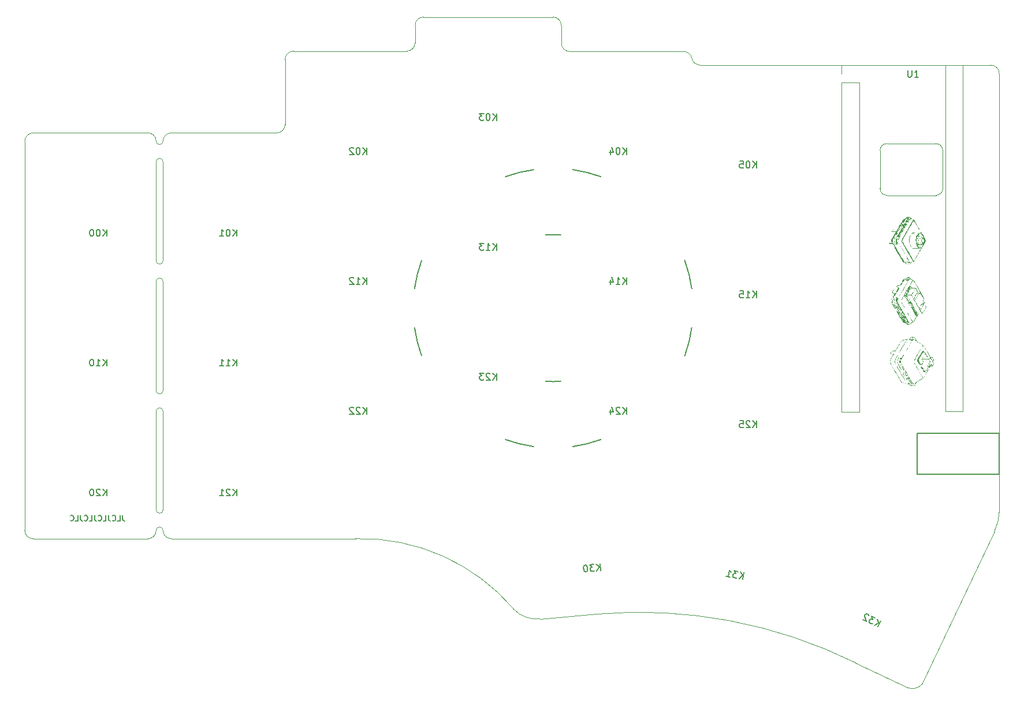
<source format=gbo>
%TF.GenerationSoftware,KiCad,Pcbnew,7.0.5-0*%
%TF.CreationDate,2023-10-24T16:12:26-07:00*%
%TF.ProjectId,Cantor_MX,43616e74-6f72-45f4-9d58-2e6b69636164,rev1.6*%
%TF.SameCoordinates,PX78114e0PY44b6550*%
%TF.FileFunction,Legend,Bot*%
%TF.FilePolarity,Positive*%
%FSLAX46Y46*%
G04 Gerber Fmt 4.6, Leading zero omitted, Abs format (unit mm)*
G04 Created by KiCad (PCBNEW 7.0.5-0) date 2023-10-24 16:12:26*
%MOMM*%
%LPD*%
G01*
G04 APERTURE LIST*
%ADD10C,0.200000*%
%ADD11C,0.150000*%
%ADD12C,0.120000*%
%TA.AperFunction,Profile*%
%ADD13C,0.100000*%
%TD*%
G04 APERTURE END LIST*
D10*
X-53560626Y-43321695D02*
X-53560626Y-43893123D01*
X-53560626Y-43893123D02*
X-53522531Y-44007409D01*
X-53522531Y-44007409D02*
X-53446340Y-44083600D01*
X-53446340Y-44083600D02*
X-53332055Y-44121695D01*
X-53332055Y-44121695D02*
X-53255864Y-44121695D01*
X-54322531Y-44121695D02*
X-53941579Y-44121695D01*
X-53941579Y-44121695D02*
X-53941579Y-43321695D01*
X-55046341Y-44045504D02*
X-55008245Y-44083600D01*
X-55008245Y-44083600D02*
X-54893960Y-44121695D01*
X-54893960Y-44121695D02*
X-54817769Y-44121695D01*
X-54817769Y-44121695D02*
X-54703483Y-44083600D01*
X-54703483Y-44083600D02*
X-54627293Y-44007409D01*
X-54627293Y-44007409D02*
X-54589198Y-43931219D01*
X-54589198Y-43931219D02*
X-54551102Y-43778838D01*
X-54551102Y-43778838D02*
X-54551102Y-43664552D01*
X-54551102Y-43664552D02*
X-54589198Y-43512171D01*
X-54589198Y-43512171D02*
X-54627293Y-43435980D01*
X-54627293Y-43435980D02*
X-54703483Y-43359790D01*
X-54703483Y-43359790D02*
X-54817769Y-43321695D01*
X-54817769Y-43321695D02*
X-54893960Y-43321695D01*
X-54893960Y-43321695D02*
X-55008245Y-43359790D01*
X-55008245Y-43359790D02*
X-55046341Y-43397885D01*
X-55617769Y-43321695D02*
X-55617769Y-43893123D01*
X-55617769Y-43893123D02*
X-55579674Y-44007409D01*
X-55579674Y-44007409D02*
X-55503483Y-44083600D01*
X-55503483Y-44083600D02*
X-55389198Y-44121695D01*
X-55389198Y-44121695D02*
X-55313007Y-44121695D01*
X-56379674Y-44121695D02*
X-55998722Y-44121695D01*
X-55998722Y-44121695D02*
X-55998722Y-43321695D01*
X-57103484Y-44045504D02*
X-57065388Y-44083600D01*
X-57065388Y-44083600D02*
X-56951103Y-44121695D01*
X-56951103Y-44121695D02*
X-56874912Y-44121695D01*
X-56874912Y-44121695D02*
X-56760626Y-44083600D01*
X-56760626Y-44083600D02*
X-56684436Y-44007409D01*
X-56684436Y-44007409D02*
X-56646341Y-43931219D01*
X-56646341Y-43931219D02*
X-56608245Y-43778838D01*
X-56608245Y-43778838D02*
X-56608245Y-43664552D01*
X-56608245Y-43664552D02*
X-56646341Y-43512171D01*
X-56646341Y-43512171D02*
X-56684436Y-43435980D01*
X-56684436Y-43435980D02*
X-56760626Y-43359790D01*
X-56760626Y-43359790D02*
X-56874912Y-43321695D01*
X-56874912Y-43321695D02*
X-56951103Y-43321695D01*
X-56951103Y-43321695D02*
X-57065388Y-43359790D01*
X-57065388Y-43359790D02*
X-57103484Y-43397885D01*
X-57674912Y-43321695D02*
X-57674912Y-43893123D01*
X-57674912Y-43893123D02*
X-57636817Y-44007409D01*
X-57636817Y-44007409D02*
X-57560626Y-44083600D01*
X-57560626Y-44083600D02*
X-57446341Y-44121695D01*
X-57446341Y-44121695D02*
X-57370150Y-44121695D01*
X-58436817Y-44121695D02*
X-58055865Y-44121695D01*
X-58055865Y-44121695D02*
X-58055865Y-43321695D01*
X-59160627Y-44045504D02*
X-59122531Y-44083600D01*
X-59122531Y-44083600D02*
X-59008246Y-44121695D01*
X-59008246Y-44121695D02*
X-58932055Y-44121695D01*
X-58932055Y-44121695D02*
X-58817769Y-44083600D01*
X-58817769Y-44083600D02*
X-58741579Y-44007409D01*
X-58741579Y-44007409D02*
X-58703484Y-43931219D01*
X-58703484Y-43931219D02*
X-58665388Y-43778838D01*
X-58665388Y-43778838D02*
X-58665388Y-43664552D01*
X-58665388Y-43664552D02*
X-58703484Y-43512171D01*
X-58703484Y-43512171D02*
X-58741579Y-43435980D01*
X-58741579Y-43435980D02*
X-58817769Y-43359790D01*
X-58817769Y-43359790D02*
X-58932055Y-43321695D01*
X-58932055Y-43321695D02*
X-59008246Y-43321695D01*
X-59008246Y-43321695D02*
X-59122531Y-43359790D01*
X-59122531Y-43359790D02*
X-59160627Y-43397885D01*
X-59732055Y-43321695D02*
X-59732055Y-43893123D01*
X-59732055Y-43893123D02*
X-59693960Y-44007409D01*
X-59693960Y-44007409D02*
X-59617769Y-44083600D01*
X-59617769Y-44083600D02*
X-59503484Y-44121695D01*
X-59503484Y-44121695D02*
X-59427293Y-44121695D01*
X-60493960Y-44121695D02*
X-60113008Y-44121695D01*
X-60113008Y-44121695D02*
X-60113008Y-43321695D01*
X-61217770Y-44045504D02*
X-61179674Y-44083600D01*
X-61179674Y-44083600D02*
X-61065389Y-44121695D01*
X-61065389Y-44121695D02*
X-60989198Y-44121695D01*
X-60989198Y-44121695D02*
X-60874912Y-44083600D01*
X-60874912Y-44083600D02*
X-60798722Y-44007409D01*
X-60798722Y-44007409D02*
X-60760627Y-43931219D01*
X-60760627Y-43931219D02*
X-60722531Y-43778838D01*
X-60722531Y-43778838D02*
X-60722531Y-43664552D01*
X-60722531Y-43664552D02*
X-60760627Y-43512171D01*
X-60760627Y-43512171D02*
X-60798722Y-43435980D01*
X-60798722Y-43435980D02*
X-60874912Y-43359790D01*
X-60874912Y-43359790D02*
X-60989198Y-43321695D01*
X-60989198Y-43321695D02*
X-61065389Y-43321695D01*
X-61065389Y-43321695D02*
X-61179674Y-43359790D01*
X-61179674Y-43359790D02*
X-61217770Y-43397885D01*
D11*
%TO.C,K25*%
X39364285Y-30449819D02*
X39364285Y-29449819D01*
X38792857Y-30449819D02*
X39221428Y-29878390D01*
X38792857Y-29449819D02*
X39364285Y-30021247D01*
X38411904Y-29545057D02*
X38364285Y-29497438D01*
X38364285Y-29497438D02*
X38269047Y-29449819D01*
X38269047Y-29449819D02*
X38030952Y-29449819D01*
X38030952Y-29449819D02*
X37935714Y-29497438D01*
X37935714Y-29497438D02*
X37888095Y-29545057D01*
X37888095Y-29545057D02*
X37840476Y-29640295D01*
X37840476Y-29640295D02*
X37840476Y-29735533D01*
X37840476Y-29735533D02*
X37888095Y-29878390D01*
X37888095Y-29878390D02*
X38459523Y-30449819D01*
X38459523Y-30449819D02*
X37840476Y-30449819D01*
X36935714Y-29449819D02*
X37411904Y-29449819D01*
X37411904Y-29449819D02*
X37459523Y-29926009D01*
X37459523Y-29926009D02*
X37411904Y-29878390D01*
X37411904Y-29878390D02*
X37316666Y-29830771D01*
X37316666Y-29830771D02*
X37078571Y-29830771D01*
X37078571Y-29830771D02*
X36983333Y-29878390D01*
X36983333Y-29878390D02*
X36935714Y-29926009D01*
X36935714Y-29926009D02*
X36888095Y-30021247D01*
X36888095Y-30021247D02*
X36888095Y-30259342D01*
X36888095Y-30259342D02*
X36935714Y-30354580D01*
X36935714Y-30354580D02*
X36983333Y-30402200D01*
X36983333Y-30402200D02*
X37078571Y-30449819D01*
X37078571Y-30449819D02*
X37316666Y-30449819D01*
X37316666Y-30449819D02*
X37411904Y-30402200D01*
X37411904Y-30402200D02*
X37459523Y-30354580D01*
%TO.C,K24*%
X20314285Y-28449819D02*
X20314285Y-27449819D01*
X19742857Y-28449819D02*
X20171428Y-27878390D01*
X19742857Y-27449819D02*
X20314285Y-28021247D01*
X19361904Y-27545057D02*
X19314285Y-27497438D01*
X19314285Y-27497438D02*
X19219047Y-27449819D01*
X19219047Y-27449819D02*
X18980952Y-27449819D01*
X18980952Y-27449819D02*
X18885714Y-27497438D01*
X18885714Y-27497438D02*
X18838095Y-27545057D01*
X18838095Y-27545057D02*
X18790476Y-27640295D01*
X18790476Y-27640295D02*
X18790476Y-27735533D01*
X18790476Y-27735533D02*
X18838095Y-27878390D01*
X18838095Y-27878390D02*
X19409523Y-28449819D01*
X19409523Y-28449819D02*
X18790476Y-28449819D01*
X17933333Y-27783152D02*
X17933333Y-28449819D01*
X18171428Y-27402200D02*
X18409523Y-28116485D01*
X18409523Y-28116485D02*
X17790476Y-28116485D01*
%TO.C,K21*%
X-36835715Y-40449819D02*
X-36835715Y-39449819D01*
X-37407143Y-40449819D02*
X-36978572Y-39878390D01*
X-37407143Y-39449819D02*
X-36835715Y-40021247D01*
X-37788096Y-39545057D02*
X-37835715Y-39497438D01*
X-37835715Y-39497438D02*
X-37930953Y-39449819D01*
X-37930953Y-39449819D02*
X-38169048Y-39449819D01*
X-38169048Y-39449819D02*
X-38264286Y-39497438D01*
X-38264286Y-39497438D02*
X-38311905Y-39545057D01*
X-38311905Y-39545057D02*
X-38359524Y-39640295D01*
X-38359524Y-39640295D02*
X-38359524Y-39735533D01*
X-38359524Y-39735533D02*
X-38311905Y-39878390D01*
X-38311905Y-39878390D02*
X-37740477Y-40449819D01*
X-37740477Y-40449819D02*
X-38359524Y-40449819D01*
X-39311905Y-40449819D02*
X-38740477Y-40449819D01*
X-39026191Y-40449819D02*
X-39026191Y-39449819D01*
X-39026191Y-39449819D02*
X-38930953Y-39592676D01*
X-38930953Y-39592676D02*
X-38835715Y-39687914D01*
X-38835715Y-39687914D02*
X-38740477Y-39735533D01*
%TO.C,K02*%
X-17785715Y9650181D02*
X-17785715Y10650181D01*
X-18357143Y9650181D02*
X-17928572Y10221610D01*
X-18357143Y10650181D02*
X-17785715Y10078753D01*
X-18976191Y10650181D02*
X-19071429Y10650181D01*
X-19071429Y10650181D02*
X-19166667Y10602562D01*
X-19166667Y10602562D02*
X-19214286Y10554943D01*
X-19214286Y10554943D02*
X-19261905Y10459705D01*
X-19261905Y10459705D02*
X-19309524Y10269229D01*
X-19309524Y10269229D02*
X-19309524Y10031134D01*
X-19309524Y10031134D02*
X-19261905Y9840658D01*
X-19261905Y9840658D02*
X-19214286Y9745420D01*
X-19214286Y9745420D02*
X-19166667Y9697800D01*
X-19166667Y9697800D02*
X-19071429Y9650181D01*
X-19071429Y9650181D02*
X-18976191Y9650181D01*
X-18976191Y9650181D02*
X-18880953Y9697800D01*
X-18880953Y9697800D02*
X-18833334Y9745420D01*
X-18833334Y9745420D02*
X-18785715Y9840658D01*
X-18785715Y9840658D02*
X-18738096Y10031134D01*
X-18738096Y10031134D02*
X-18738096Y10269229D01*
X-18738096Y10269229D02*
X-18785715Y10459705D01*
X-18785715Y10459705D02*
X-18833334Y10554943D01*
X-18833334Y10554943D02*
X-18880953Y10602562D01*
X-18880953Y10602562D02*
X-18976191Y10650181D01*
X-19690477Y10554943D02*
X-19738096Y10602562D01*
X-19738096Y10602562D02*
X-19833334Y10650181D01*
X-19833334Y10650181D02*
X-20071429Y10650181D01*
X-20071429Y10650181D02*
X-20166667Y10602562D01*
X-20166667Y10602562D02*
X-20214286Y10554943D01*
X-20214286Y10554943D02*
X-20261905Y10459705D01*
X-20261905Y10459705D02*
X-20261905Y10364467D01*
X-20261905Y10364467D02*
X-20214286Y10221610D01*
X-20214286Y10221610D02*
X-19642858Y9650181D01*
X-19642858Y9650181D02*
X-20261905Y9650181D01*
%TO.C,K10*%
X-55885715Y-21399819D02*
X-55885715Y-20399819D01*
X-56457143Y-21399819D02*
X-56028572Y-20828390D01*
X-56457143Y-20399819D02*
X-55885715Y-20971247D01*
X-57409524Y-21399819D02*
X-56838096Y-21399819D01*
X-57123810Y-21399819D02*
X-57123810Y-20399819D01*
X-57123810Y-20399819D02*
X-57028572Y-20542676D01*
X-57028572Y-20542676D02*
X-56933334Y-20637914D01*
X-56933334Y-20637914D02*
X-56838096Y-20685533D01*
X-58028572Y-20399819D02*
X-58123810Y-20399819D01*
X-58123810Y-20399819D02*
X-58219048Y-20447438D01*
X-58219048Y-20447438D02*
X-58266667Y-20495057D01*
X-58266667Y-20495057D02*
X-58314286Y-20590295D01*
X-58314286Y-20590295D02*
X-58361905Y-20780771D01*
X-58361905Y-20780771D02*
X-58361905Y-21018866D01*
X-58361905Y-21018866D02*
X-58314286Y-21209342D01*
X-58314286Y-21209342D02*
X-58266667Y-21304580D01*
X-58266667Y-21304580D02*
X-58219048Y-21352200D01*
X-58219048Y-21352200D02*
X-58123810Y-21399819D01*
X-58123810Y-21399819D02*
X-58028572Y-21399819D01*
X-58028572Y-21399819D02*
X-57933334Y-21352200D01*
X-57933334Y-21352200D02*
X-57885715Y-21304580D01*
X-57885715Y-21304580D02*
X-57838096Y-21209342D01*
X-57838096Y-21209342D02*
X-57790477Y-21018866D01*
X-57790477Y-21018866D02*
X-57790477Y-20780771D01*
X-57790477Y-20780771D02*
X-57838096Y-20590295D01*
X-57838096Y-20590295D02*
X-57885715Y-20495057D01*
X-57885715Y-20495057D02*
X-57933334Y-20447438D01*
X-57933334Y-20447438D02*
X-58028572Y-20399819D01*
%TO.C,K04*%
X20314285Y9650181D02*
X20314285Y10650181D01*
X19742857Y9650181D02*
X20171428Y10221610D01*
X19742857Y10650181D02*
X20314285Y10078753D01*
X19123809Y10650181D02*
X19028571Y10650181D01*
X19028571Y10650181D02*
X18933333Y10602562D01*
X18933333Y10602562D02*
X18885714Y10554943D01*
X18885714Y10554943D02*
X18838095Y10459705D01*
X18838095Y10459705D02*
X18790476Y10269229D01*
X18790476Y10269229D02*
X18790476Y10031134D01*
X18790476Y10031134D02*
X18838095Y9840658D01*
X18838095Y9840658D02*
X18885714Y9745420D01*
X18885714Y9745420D02*
X18933333Y9697800D01*
X18933333Y9697800D02*
X19028571Y9650181D01*
X19028571Y9650181D02*
X19123809Y9650181D01*
X19123809Y9650181D02*
X19219047Y9697800D01*
X19219047Y9697800D02*
X19266666Y9745420D01*
X19266666Y9745420D02*
X19314285Y9840658D01*
X19314285Y9840658D02*
X19361904Y10031134D01*
X19361904Y10031134D02*
X19361904Y10269229D01*
X19361904Y10269229D02*
X19314285Y10459705D01*
X19314285Y10459705D02*
X19266666Y10554943D01*
X19266666Y10554943D02*
X19219047Y10602562D01*
X19219047Y10602562D02*
X19123809Y10650181D01*
X17933333Y10316848D02*
X17933333Y9650181D01*
X18171428Y10697800D02*
X18409523Y9983515D01*
X18409523Y9983515D02*
X17790476Y9983515D01*
%TO.C,K12*%
X-17785715Y-9399819D02*
X-17785715Y-8399819D01*
X-18357143Y-9399819D02*
X-17928572Y-8828390D01*
X-18357143Y-8399819D02*
X-17785715Y-8971247D01*
X-19309524Y-9399819D02*
X-18738096Y-9399819D01*
X-19023810Y-9399819D02*
X-19023810Y-8399819D01*
X-19023810Y-8399819D02*
X-18928572Y-8542676D01*
X-18928572Y-8542676D02*
X-18833334Y-8637914D01*
X-18833334Y-8637914D02*
X-18738096Y-8685533D01*
X-19690477Y-8495057D02*
X-19738096Y-8447438D01*
X-19738096Y-8447438D02*
X-19833334Y-8399819D01*
X-19833334Y-8399819D02*
X-20071429Y-8399819D01*
X-20071429Y-8399819D02*
X-20166667Y-8447438D01*
X-20166667Y-8447438D02*
X-20214286Y-8495057D01*
X-20214286Y-8495057D02*
X-20261905Y-8590295D01*
X-20261905Y-8590295D02*
X-20261905Y-8685533D01*
X-20261905Y-8685533D02*
X-20214286Y-8828390D01*
X-20214286Y-8828390D02*
X-19642858Y-9399819D01*
X-19642858Y-9399819D02*
X-20261905Y-9399819D01*
%TO.C,K30*%
X16542944Y-51422886D02*
X16455788Y-50426691D01*
X15973689Y-51472689D02*
X16350827Y-50866083D01*
X15886534Y-50476495D02*
X16505591Y-50995945D01*
X15554469Y-50505546D02*
X14937777Y-50559500D01*
X14937777Y-50559500D02*
X15303044Y-50909951D01*
X15303044Y-50909951D02*
X15160730Y-50922402D01*
X15160730Y-50922402D02*
X15070005Y-50978140D01*
X15070005Y-50978140D02*
X15026717Y-51029728D01*
X15026717Y-51029728D02*
X14987580Y-51128754D01*
X14987580Y-51128754D02*
X15008331Y-51365943D01*
X15008331Y-51365943D02*
X15064070Y-51456669D01*
X15064070Y-51456669D02*
X15115658Y-51499956D01*
X15115658Y-51499956D02*
X15214684Y-51539094D01*
X15214684Y-51539094D02*
X15499311Y-51514192D01*
X15499311Y-51514192D02*
X15590036Y-51458454D01*
X15590036Y-51458454D02*
X15633324Y-51406865D01*
X14321085Y-50613454D02*
X14226209Y-50621754D01*
X14226209Y-50621754D02*
X14135484Y-50677492D01*
X14135484Y-50677492D02*
X14092196Y-50729081D01*
X14092196Y-50729081D02*
X14053059Y-50828107D01*
X14053059Y-50828107D02*
X14022222Y-51022008D01*
X14022222Y-51022008D02*
X14042973Y-51259197D01*
X14042973Y-51259197D02*
X14107012Y-51444799D01*
X14107012Y-51444799D02*
X14162751Y-51535524D01*
X14162751Y-51535524D02*
X14214339Y-51578812D01*
X14214339Y-51578812D02*
X14313365Y-51617949D01*
X14313365Y-51617949D02*
X14408241Y-51609648D01*
X14408241Y-51609648D02*
X14498966Y-51553910D01*
X14498966Y-51553910D02*
X14542254Y-51502322D01*
X14542254Y-51502322D02*
X14581391Y-51403296D01*
X14581391Y-51403296D02*
X14612228Y-51209394D01*
X14612228Y-51209394D02*
X14591476Y-50972205D01*
X14591476Y-50972205D02*
X14527437Y-50786604D01*
X14527437Y-50786604D02*
X14471699Y-50695878D01*
X14471699Y-50695878D02*
X14420111Y-50652591D01*
X14420111Y-50652591D02*
X14321085Y-50613454D01*
%TO.C,K01*%
X-36835715Y-2349819D02*
X-36835715Y-1349819D01*
X-37407143Y-2349819D02*
X-36978572Y-1778390D01*
X-37407143Y-1349819D02*
X-36835715Y-1921247D01*
X-38026191Y-1349819D02*
X-38121429Y-1349819D01*
X-38121429Y-1349819D02*
X-38216667Y-1397438D01*
X-38216667Y-1397438D02*
X-38264286Y-1445057D01*
X-38264286Y-1445057D02*
X-38311905Y-1540295D01*
X-38311905Y-1540295D02*
X-38359524Y-1730771D01*
X-38359524Y-1730771D02*
X-38359524Y-1968866D01*
X-38359524Y-1968866D02*
X-38311905Y-2159342D01*
X-38311905Y-2159342D02*
X-38264286Y-2254580D01*
X-38264286Y-2254580D02*
X-38216667Y-2302200D01*
X-38216667Y-2302200D02*
X-38121429Y-2349819D01*
X-38121429Y-2349819D02*
X-38026191Y-2349819D01*
X-38026191Y-2349819D02*
X-37930953Y-2302200D01*
X-37930953Y-2302200D02*
X-37883334Y-2254580D01*
X-37883334Y-2254580D02*
X-37835715Y-2159342D01*
X-37835715Y-2159342D02*
X-37788096Y-1968866D01*
X-37788096Y-1968866D02*
X-37788096Y-1730771D01*
X-37788096Y-1730771D02*
X-37835715Y-1540295D01*
X-37835715Y-1540295D02*
X-37883334Y-1445057D01*
X-37883334Y-1445057D02*
X-37930953Y-1397438D01*
X-37930953Y-1397438D02*
X-38026191Y-1349819D01*
X-39311905Y-2349819D02*
X-38740477Y-2349819D01*
X-39026191Y-2349819D02*
X-39026191Y-1349819D01*
X-39026191Y-1349819D02*
X-38930953Y-1492676D01*
X-38930953Y-1492676D02*
X-38835715Y-1587914D01*
X-38835715Y-1587914D02*
X-38740477Y-1635533D01*
%TO.C,K14*%
X20314285Y-9399819D02*
X20314285Y-8399819D01*
X19742857Y-9399819D02*
X20171428Y-8828390D01*
X19742857Y-8399819D02*
X20314285Y-8971247D01*
X18790476Y-9399819D02*
X19361904Y-9399819D01*
X19076190Y-9399819D02*
X19076190Y-8399819D01*
X19076190Y-8399819D02*
X19171428Y-8542676D01*
X19171428Y-8542676D02*
X19266666Y-8637914D01*
X19266666Y-8637914D02*
X19361904Y-8685533D01*
X17933333Y-8733152D02*
X17933333Y-9399819D01*
X18171428Y-8352200D02*
X18409523Y-9066485D01*
X18409523Y-9066485D02*
X17790476Y-9066485D01*
%TO.C,K23*%
X1264285Y-23449819D02*
X1264285Y-22449819D01*
X692857Y-23449819D02*
X1121428Y-22878390D01*
X692857Y-22449819D02*
X1264285Y-23021247D01*
X311904Y-22545057D02*
X264285Y-22497438D01*
X264285Y-22497438D02*
X169047Y-22449819D01*
X169047Y-22449819D02*
X-69048Y-22449819D01*
X-69048Y-22449819D02*
X-164286Y-22497438D01*
X-164286Y-22497438D02*
X-211905Y-22545057D01*
X-211905Y-22545057D02*
X-259524Y-22640295D01*
X-259524Y-22640295D02*
X-259524Y-22735533D01*
X-259524Y-22735533D02*
X-211905Y-22878390D01*
X-211905Y-22878390D02*
X359523Y-23449819D01*
X359523Y-23449819D02*
X-259524Y-23449819D01*
X-592858Y-22449819D02*
X-1211905Y-22449819D01*
X-1211905Y-22449819D02*
X-878572Y-22830771D01*
X-878572Y-22830771D02*
X-1021429Y-22830771D01*
X-1021429Y-22830771D02*
X-1116667Y-22878390D01*
X-1116667Y-22878390D02*
X-1164286Y-22926009D01*
X-1164286Y-22926009D02*
X-1211905Y-23021247D01*
X-1211905Y-23021247D02*
X-1211905Y-23259342D01*
X-1211905Y-23259342D02*
X-1164286Y-23354580D01*
X-1164286Y-23354580D02*
X-1116667Y-23402200D01*
X-1116667Y-23402200D02*
X-1021429Y-23449819D01*
X-1021429Y-23449819D02*
X-735715Y-23449819D01*
X-735715Y-23449819D02*
X-640477Y-23402200D01*
X-640477Y-23402200D02*
X-592858Y-23354580D01*
%TO.C,K03*%
X1264285Y14650181D02*
X1264285Y15650181D01*
X692857Y14650181D02*
X1121428Y15221610D01*
X692857Y15650181D02*
X1264285Y15078753D01*
X73809Y15650181D02*
X-21429Y15650181D01*
X-21429Y15650181D02*
X-116667Y15602562D01*
X-116667Y15602562D02*
X-164286Y15554943D01*
X-164286Y15554943D02*
X-211905Y15459705D01*
X-211905Y15459705D02*
X-259524Y15269229D01*
X-259524Y15269229D02*
X-259524Y15031134D01*
X-259524Y15031134D02*
X-211905Y14840658D01*
X-211905Y14840658D02*
X-164286Y14745420D01*
X-164286Y14745420D02*
X-116667Y14697800D01*
X-116667Y14697800D02*
X-21429Y14650181D01*
X-21429Y14650181D02*
X73809Y14650181D01*
X73809Y14650181D02*
X169047Y14697800D01*
X169047Y14697800D02*
X216666Y14745420D01*
X216666Y14745420D02*
X264285Y14840658D01*
X264285Y14840658D02*
X311904Y15031134D01*
X311904Y15031134D02*
X311904Y15269229D01*
X311904Y15269229D02*
X264285Y15459705D01*
X264285Y15459705D02*
X216666Y15554943D01*
X216666Y15554943D02*
X169047Y15602562D01*
X169047Y15602562D02*
X73809Y15650181D01*
X-592858Y15650181D02*
X-1211905Y15650181D01*
X-1211905Y15650181D02*
X-878572Y15269229D01*
X-878572Y15269229D02*
X-1021429Y15269229D01*
X-1021429Y15269229D02*
X-1116667Y15221610D01*
X-1116667Y15221610D02*
X-1164286Y15173991D01*
X-1164286Y15173991D02*
X-1211905Y15078753D01*
X-1211905Y15078753D02*
X-1211905Y14840658D01*
X-1211905Y14840658D02*
X-1164286Y14745420D01*
X-1164286Y14745420D02*
X-1116667Y14697800D01*
X-1116667Y14697800D02*
X-1021429Y14650181D01*
X-1021429Y14650181D02*
X-735715Y14650181D01*
X-735715Y14650181D02*
X-640477Y14697800D01*
X-640477Y14697800D02*
X-592858Y14745420D01*
%TO.C,K22*%
X-17785715Y-28449819D02*
X-17785715Y-27449819D01*
X-18357143Y-28449819D02*
X-17928572Y-27878390D01*
X-18357143Y-27449819D02*
X-17785715Y-28021247D01*
X-18738096Y-27545057D02*
X-18785715Y-27497438D01*
X-18785715Y-27497438D02*
X-18880953Y-27449819D01*
X-18880953Y-27449819D02*
X-19119048Y-27449819D01*
X-19119048Y-27449819D02*
X-19214286Y-27497438D01*
X-19214286Y-27497438D02*
X-19261905Y-27545057D01*
X-19261905Y-27545057D02*
X-19309524Y-27640295D01*
X-19309524Y-27640295D02*
X-19309524Y-27735533D01*
X-19309524Y-27735533D02*
X-19261905Y-27878390D01*
X-19261905Y-27878390D02*
X-18690477Y-28449819D01*
X-18690477Y-28449819D02*
X-19309524Y-28449819D01*
X-19690477Y-27545057D02*
X-19738096Y-27497438D01*
X-19738096Y-27497438D02*
X-19833334Y-27449819D01*
X-19833334Y-27449819D02*
X-20071429Y-27449819D01*
X-20071429Y-27449819D02*
X-20166667Y-27497438D01*
X-20166667Y-27497438D02*
X-20214286Y-27545057D01*
X-20214286Y-27545057D02*
X-20261905Y-27640295D01*
X-20261905Y-27640295D02*
X-20261905Y-27735533D01*
X-20261905Y-27735533D02*
X-20214286Y-27878390D01*
X-20214286Y-27878390D02*
X-19642858Y-28449819D01*
X-19642858Y-28449819D02*
X-20261905Y-28449819D01*
%TO.C,K15*%
X39364285Y-11399819D02*
X39364285Y-10399819D01*
X38792857Y-11399819D02*
X39221428Y-10828390D01*
X38792857Y-10399819D02*
X39364285Y-10971247D01*
X37840476Y-11399819D02*
X38411904Y-11399819D01*
X38126190Y-11399819D02*
X38126190Y-10399819D01*
X38126190Y-10399819D02*
X38221428Y-10542676D01*
X38221428Y-10542676D02*
X38316666Y-10637914D01*
X38316666Y-10637914D02*
X38411904Y-10685533D01*
X36935714Y-10399819D02*
X37411904Y-10399819D01*
X37411904Y-10399819D02*
X37459523Y-10876009D01*
X37459523Y-10876009D02*
X37411904Y-10828390D01*
X37411904Y-10828390D02*
X37316666Y-10780771D01*
X37316666Y-10780771D02*
X37078571Y-10780771D01*
X37078571Y-10780771D02*
X36983333Y-10828390D01*
X36983333Y-10828390D02*
X36935714Y-10876009D01*
X36935714Y-10876009D02*
X36888095Y-10971247D01*
X36888095Y-10971247D02*
X36888095Y-11209342D01*
X36888095Y-11209342D02*
X36935714Y-11304580D01*
X36935714Y-11304580D02*
X36983333Y-11352200D01*
X36983333Y-11352200D02*
X37078571Y-11399819D01*
X37078571Y-11399819D02*
X37316666Y-11399819D01*
X37316666Y-11399819D02*
X37411904Y-11352200D01*
X37411904Y-11352200D02*
X37459523Y-11304580D01*
%TO.C,K32*%
X57186388Y-59671900D02*
X57609006Y-58765592D01*
X56668498Y-59430404D02*
X57298412Y-59093636D01*
X57091116Y-58524096D02*
X57367510Y-59283482D01*
X56789013Y-58383223D02*
X56227966Y-58121602D01*
X56227966Y-58121602D02*
X56369071Y-58607735D01*
X56369071Y-58607735D02*
X56239598Y-58547361D01*
X56239598Y-58547361D02*
X56133159Y-58550269D01*
X56133159Y-58550269D02*
X56069877Y-58573302D01*
X56069877Y-58573302D02*
X55986470Y-58639492D01*
X55986470Y-58639492D02*
X55885846Y-58855280D01*
X55885846Y-58855280D02*
X55888754Y-58961720D01*
X55888754Y-58961720D02*
X55911787Y-59025002D01*
X55911787Y-59025002D02*
X55977978Y-59108409D01*
X55977978Y-59108409D02*
X56236923Y-59229157D01*
X56236923Y-59229157D02*
X56343362Y-59226249D01*
X56343362Y-59226249D02*
X56406645Y-59203216D01*
X55842456Y-58046920D02*
X55819423Y-57983638D01*
X55819423Y-57983638D02*
X55753233Y-57900231D01*
X55753233Y-57900231D02*
X55537446Y-57799607D01*
X55537446Y-57799607D02*
X55431006Y-57802516D01*
X55431006Y-57802516D02*
X55367724Y-57825548D01*
X55367724Y-57825548D02*
X55284317Y-57891739D01*
X55284317Y-57891739D02*
X55244067Y-57978054D01*
X55244067Y-57978054D02*
X55226851Y-58127651D01*
X55226851Y-58127651D02*
X55503245Y-58887037D01*
X55503245Y-58887037D02*
X54942197Y-58625416D01*
%TO.C,K11*%
X-36835715Y-21399819D02*
X-36835715Y-20399819D01*
X-37407143Y-21399819D02*
X-36978572Y-20828390D01*
X-37407143Y-20399819D02*
X-36835715Y-20971247D01*
X-38359524Y-21399819D02*
X-37788096Y-21399819D01*
X-38073810Y-21399819D02*
X-38073810Y-20399819D01*
X-38073810Y-20399819D02*
X-37978572Y-20542676D01*
X-37978572Y-20542676D02*
X-37883334Y-20637914D01*
X-37883334Y-20637914D02*
X-37788096Y-20685533D01*
X-39311905Y-21399819D02*
X-38740477Y-21399819D01*
X-39026191Y-21399819D02*
X-39026191Y-20399819D01*
X-39026191Y-20399819D02*
X-38930953Y-20542676D01*
X-38930953Y-20542676D02*
X-38835715Y-20637914D01*
X-38835715Y-20637914D02*
X-38740477Y-20685533D01*
%TO.C,U1*%
X61558095Y21995181D02*
X61558095Y21185658D01*
X61558095Y21185658D02*
X61605714Y21090420D01*
X61605714Y21090420D02*
X61653333Y21042800D01*
X61653333Y21042800D02*
X61748571Y20995181D01*
X61748571Y20995181D02*
X61939047Y20995181D01*
X61939047Y20995181D02*
X62034285Y21042800D01*
X62034285Y21042800D02*
X62081904Y21090420D01*
X62081904Y21090420D02*
X62129523Y21185658D01*
X62129523Y21185658D02*
X62129523Y21995181D01*
X63129523Y20995181D02*
X62558095Y20995181D01*
X62843809Y20995181D02*
X62843809Y21995181D01*
X62843809Y21995181D02*
X62748571Y21852324D01*
X62748571Y21852324D02*
X62653333Y21757086D01*
X62653333Y21757086D02*
X62558095Y21709467D01*
%TO.C,K05*%
X39364285Y7650181D02*
X39364285Y8650181D01*
X38792857Y7650181D02*
X39221428Y8221610D01*
X38792857Y8650181D02*
X39364285Y8078753D01*
X38173809Y8650181D02*
X38078571Y8650181D01*
X38078571Y8650181D02*
X37983333Y8602562D01*
X37983333Y8602562D02*
X37935714Y8554943D01*
X37935714Y8554943D02*
X37888095Y8459705D01*
X37888095Y8459705D02*
X37840476Y8269229D01*
X37840476Y8269229D02*
X37840476Y8031134D01*
X37840476Y8031134D02*
X37888095Y7840658D01*
X37888095Y7840658D02*
X37935714Y7745420D01*
X37935714Y7745420D02*
X37983333Y7697800D01*
X37983333Y7697800D02*
X38078571Y7650181D01*
X38078571Y7650181D02*
X38173809Y7650181D01*
X38173809Y7650181D02*
X38269047Y7697800D01*
X38269047Y7697800D02*
X38316666Y7745420D01*
X38316666Y7745420D02*
X38364285Y7840658D01*
X38364285Y7840658D02*
X38411904Y8031134D01*
X38411904Y8031134D02*
X38411904Y8269229D01*
X38411904Y8269229D02*
X38364285Y8459705D01*
X38364285Y8459705D02*
X38316666Y8554943D01*
X38316666Y8554943D02*
X38269047Y8602562D01*
X38269047Y8602562D02*
X38173809Y8650181D01*
X36935714Y8650181D02*
X37411904Y8650181D01*
X37411904Y8650181D02*
X37459523Y8173991D01*
X37459523Y8173991D02*
X37411904Y8221610D01*
X37411904Y8221610D02*
X37316666Y8269229D01*
X37316666Y8269229D02*
X37078571Y8269229D01*
X37078571Y8269229D02*
X36983333Y8221610D01*
X36983333Y8221610D02*
X36935714Y8173991D01*
X36935714Y8173991D02*
X36888095Y8078753D01*
X36888095Y8078753D02*
X36888095Y7840658D01*
X36888095Y7840658D02*
X36935714Y7745420D01*
X36935714Y7745420D02*
X36983333Y7697800D01*
X36983333Y7697800D02*
X37078571Y7650181D01*
X37078571Y7650181D02*
X37316666Y7650181D01*
X37316666Y7650181D02*
X37411904Y7697800D01*
X37411904Y7697800D02*
X37459523Y7745420D01*
%TO.C,K20*%
X-55885715Y-40449819D02*
X-55885715Y-39449819D01*
X-56457143Y-40449819D02*
X-56028572Y-39878390D01*
X-56457143Y-39449819D02*
X-55885715Y-40021247D01*
X-56838096Y-39545057D02*
X-56885715Y-39497438D01*
X-56885715Y-39497438D02*
X-56980953Y-39449819D01*
X-56980953Y-39449819D02*
X-57219048Y-39449819D01*
X-57219048Y-39449819D02*
X-57314286Y-39497438D01*
X-57314286Y-39497438D02*
X-57361905Y-39545057D01*
X-57361905Y-39545057D02*
X-57409524Y-39640295D01*
X-57409524Y-39640295D02*
X-57409524Y-39735533D01*
X-57409524Y-39735533D02*
X-57361905Y-39878390D01*
X-57361905Y-39878390D02*
X-56790477Y-40449819D01*
X-56790477Y-40449819D02*
X-57409524Y-40449819D01*
X-58028572Y-39449819D02*
X-58123810Y-39449819D01*
X-58123810Y-39449819D02*
X-58219048Y-39497438D01*
X-58219048Y-39497438D02*
X-58266667Y-39545057D01*
X-58266667Y-39545057D02*
X-58314286Y-39640295D01*
X-58314286Y-39640295D02*
X-58361905Y-39830771D01*
X-58361905Y-39830771D02*
X-58361905Y-40068866D01*
X-58361905Y-40068866D02*
X-58314286Y-40259342D01*
X-58314286Y-40259342D02*
X-58266667Y-40354580D01*
X-58266667Y-40354580D02*
X-58219048Y-40402200D01*
X-58219048Y-40402200D02*
X-58123810Y-40449819D01*
X-58123810Y-40449819D02*
X-58028572Y-40449819D01*
X-58028572Y-40449819D02*
X-57933334Y-40402200D01*
X-57933334Y-40402200D02*
X-57885715Y-40354580D01*
X-57885715Y-40354580D02*
X-57838096Y-40259342D01*
X-57838096Y-40259342D02*
X-57790477Y-40068866D01*
X-57790477Y-40068866D02*
X-57790477Y-39830771D01*
X-57790477Y-39830771D02*
X-57838096Y-39640295D01*
X-57838096Y-39640295D02*
X-57885715Y-39545057D01*
X-57885715Y-39545057D02*
X-57933334Y-39497438D01*
X-57933334Y-39497438D02*
X-58028572Y-39449819D01*
%TO.C,K13*%
X1264285Y-4399819D02*
X1264285Y-3399819D01*
X692857Y-4399819D02*
X1121428Y-3828390D01*
X692857Y-3399819D02*
X1264285Y-3971247D01*
X-259524Y-4399819D02*
X311904Y-4399819D01*
X26190Y-4399819D02*
X26190Y-3399819D01*
X26190Y-3399819D02*
X121428Y-3542676D01*
X121428Y-3542676D02*
X216666Y-3637914D01*
X216666Y-3637914D02*
X311904Y-3685533D01*
X-592858Y-3399819D02*
X-1211905Y-3399819D01*
X-1211905Y-3399819D02*
X-878572Y-3780771D01*
X-878572Y-3780771D02*
X-1021429Y-3780771D01*
X-1021429Y-3780771D02*
X-1116667Y-3828390D01*
X-1116667Y-3828390D02*
X-1164286Y-3876009D01*
X-1164286Y-3876009D02*
X-1211905Y-3971247D01*
X-1211905Y-3971247D02*
X-1211905Y-4209342D01*
X-1211905Y-4209342D02*
X-1164286Y-4304580D01*
X-1164286Y-4304580D02*
X-1116667Y-4352200D01*
X-1116667Y-4352200D02*
X-1021429Y-4399819D01*
X-1021429Y-4399819D02*
X-735715Y-4399819D01*
X-735715Y-4399819D02*
X-640477Y-4352200D01*
X-640477Y-4352200D02*
X-592858Y-4304580D01*
%TO.C,K00*%
X-55885715Y-2349819D02*
X-55885715Y-1349819D01*
X-56457143Y-2349819D02*
X-56028572Y-1778390D01*
X-56457143Y-1349819D02*
X-55885715Y-1921247D01*
X-57076191Y-1349819D02*
X-57171429Y-1349819D01*
X-57171429Y-1349819D02*
X-57266667Y-1397438D01*
X-57266667Y-1397438D02*
X-57314286Y-1445057D01*
X-57314286Y-1445057D02*
X-57361905Y-1540295D01*
X-57361905Y-1540295D02*
X-57409524Y-1730771D01*
X-57409524Y-1730771D02*
X-57409524Y-1968866D01*
X-57409524Y-1968866D02*
X-57361905Y-2159342D01*
X-57361905Y-2159342D02*
X-57314286Y-2254580D01*
X-57314286Y-2254580D02*
X-57266667Y-2302200D01*
X-57266667Y-2302200D02*
X-57171429Y-2349819D01*
X-57171429Y-2349819D02*
X-57076191Y-2349819D01*
X-57076191Y-2349819D02*
X-56980953Y-2302200D01*
X-56980953Y-2302200D02*
X-56933334Y-2254580D01*
X-56933334Y-2254580D02*
X-56885715Y-2159342D01*
X-56885715Y-2159342D02*
X-56838096Y-1968866D01*
X-56838096Y-1968866D02*
X-56838096Y-1730771D01*
X-56838096Y-1730771D02*
X-56885715Y-1540295D01*
X-56885715Y-1540295D02*
X-56933334Y-1445057D01*
X-56933334Y-1445057D02*
X-56980953Y-1397438D01*
X-56980953Y-1397438D02*
X-57076191Y-1349819D01*
X-58028572Y-1349819D02*
X-58123810Y-1349819D01*
X-58123810Y-1349819D02*
X-58219048Y-1397438D01*
X-58219048Y-1397438D02*
X-58266667Y-1445057D01*
X-58266667Y-1445057D02*
X-58314286Y-1540295D01*
X-58314286Y-1540295D02*
X-58361905Y-1730771D01*
X-58361905Y-1730771D02*
X-58361905Y-1968866D01*
X-58361905Y-1968866D02*
X-58314286Y-2159342D01*
X-58314286Y-2159342D02*
X-58266667Y-2254580D01*
X-58266667Y-2254580D02*
X-58219048Y-2302200D01*
X-58219048Y-2302200D02*
X-58123810Y-2349819D01*
X-58123810Y-2349819D02*
X-58028572Y-2349819D01*
X-58028572Y-2349819D02*
X-57933334Y-2302200D01*
X-57933334Y-2302200D02*
X-57885715Y-2254580D01*
X-57885715Y-2254580D02*
X-57838096Y-2159342D01*
X-57838096Y-2159342D02*
X-57790477Y-1968866D01*
X-57790477Y-1968866D02*
X-57790477Y-1730771D01*
X-57790477Y-1730771D02*
X-57838096Y-1540295D01*
X-57838096Y-1540295D02*
X-57885715Y-1445057D01*
X-57885715Y-1445057D02*
X-57933334Y-1397438D01*
X-57933334Y-1397438D02*
X-58028572Y-1349819D01*
%TO.C,K31*%
X37381057Y-52702517D02*
X37554705Y-51717709D01*
X36818310Y-52603289D02*
X37339598Y-52114963D01*
X36991958Y-51618482D02*
X37455478Y-52280456D01*
X36663689Y-51560599D02*
X36054046Y-51453102D01*
X36054046Y-51453102D02*
X36316164Y-51886150D01*
X36316164Y-51886150D02*
X36175477Y-51861343D01*
X36175477Y-51861343D02*
X36073417Y-51891701D01*
X36073417Y-51891701D02*
X36018252Y-51930327D01*
X36018252Y-51930327D02*
X35954818Y-52015850D01*
X35954818Y-52015850D02*
X35913474Y-52250328D01*
X35913474Y-52250328D02*
X35943831Y-52352388D01*
X35943831Y-52352388D02*
X35982458Y-52407552D01*
X35982458Y-52407552D02*
X36067980Y-52470986D01*
X36067980Y-52470986D02*
X36349354Y-52520600D01*
X36349354Y-52520600D02*
X36451414Y-52490242D01*
X36451414Y-52490242D02*
X36506579Y-52451615D01*
X34942486Y-52272531D02*
X35505233Y-52371758D01*
X35223859Y-52322145D02*
X35397507Y-51337337D01*
X35397507Y-51337337D02*
X35466492Y-51494562D01*
X35466492Y-51494562D02*
X35543745Y-51604891D01*
X35543745Y-51604891D02*
X35629267Y-51668324D01*
%TO.C,J1*%
X74960000Y-31320000D02*
X74960000Y-37320000D01*
X62960000Y-31320000D02*
X74960000Y-31320000D01*
X62960000Y-31320000D02*
X62960000Y-37320000D01*
X74960000Y-37320000D02*
X62960000Y-37320000D01*
D12*
%TO.C,U1*%
X51805000Y22760000D02*
X53135000Y22760000D01*
X51805000Y21430000D02*
X51805000Y22760000D01*
X51805000Y20160000D02*
X54465000Y20160000D01*
X51805000Y-28160000D02*
X51805000Y20160000D01*
X54465000Y20160000D02*
X54465000Y-28160000D01*
X54465000Y-28160000D02*
X51805000Y-28160000D01*
X67105000Y22700000D02*
X69645000Y22700000D01*
X67105000Y-28100000D02*
X67105000Y22700000D01*
X69645000Y22700000D02*
X69645000Y-28100000D01*
X69645000Y-28100000D02*
X67105000Y-28100000D01*
D10*
%TO.C,REF\u002A\u002A*%
X-9716135Y-5901956D02*
G75*
G03*
X-10750000Y-10052500I19286255J-7008074D01*
G01*
X-10750000Y-15767500D02*
G75*
G03*
X-9716135Y-19918046I20320000J2857500D01*
G01*
X6712500Y7410000D02*
G75*
G03*
X2561954Y6376135I2857500J-20320000D01*
G01*
X2561955Y-32196135D02*
G75*
G03*
X6712500Y-33230000I7008045J19286135D01*
G01*
X9570000Y-2115001D02*
G75*
G03*
X8441615Y-2174137I-6J-10794920D01*
G01*
X10698385Y-2174137D02*
G75*
G03*
X9570000Y-2115000I-1128385J-10735763D01*
G01*
X8441615Y-23645864D02*
G75*
G03*
X9570000Y-23705000I1128379J10735785D01*
G01*
X9570000Y-23705000D02*
G75*
G03*
X10698385Y-23645863I0J10794900D01*
G01*
X16578049Y6376133D02*
G75*
G03*
X12427500Y7410000I-7008049J-19286133D01*
G01*
X12427500Y-33230000D02*
G75*
G03*
X16578045Y-32196135I-2857506J20320019D01*
G01*
X29890000Y-10052500D02*
G75*
G03*
X28856134Y-5901952I-20320000J-2857500D01*
G01*
X28856134Y-19918048D02*
G75*
G03*
X29890000Y-15767500I-19286134J7008048D01*
G01*
%TO.C,G\u002A\u002A\u002A*%
G36*
X62939361Y-10653078D02*
G01*
X62983352Y-10710188D01*
X63037372Y-10798452D01*
X63122281Y-10950538D01*
X62923288Y-11296367D01*
X62849694Y-11422935D01*
X62777709Y-11543852D01*
X62723865Y-11631065D01*
X62696206Y-11671297D01*
X62683238Y-11671223D01*
X62679110Y-11671200D01*
X62633786Y-11629768D01*
X62577995Y-11550015D01*
X62546957Y-11495950D01*
X62505033Y-11412703D01*
X62489149Y-11364980D01*
X62489763Y-11360688D01*
X62501244Y-11332947D01*
X62569695Y-11332947D01*
X62574010Y-11429073D01*
X62622413Y-11529124D01*
X62683238Y-11623964D01*
X62853782Y-11323001D01*
X62901424Y-11238601D01*
X62967467Y-11120379D01*
X63015194Y-11033378D01*
X63036599Y-10992090D01*
X63033911Y-10984014D01*
X62987171Y-10972531D01*
X62920369Y-10972871D01*
X62900041Y-10972975D01*
X62849560Y-10977762D01*
X62775031Y-10998020D01*
X62718952Y-11046365D01*
X62656590Y-11139741D01*
X62611282Y-11220087D01*
X62569695Y-11332947D01*
X62501244Y-11332947D01*
X62512272Y-11306300D01*
X62560890Y-11213456D01*
X62627101Y-11096317D01*
X62702389Y-10969044D01*
X62741374Y-10905699D01*
X62805432Y-10905699D01*
X62835204Y-10927846D01*
X62920369Y-10931828D01*
X62985815Y-10930848D01*
X63031070Y-10918392D01*
X63026482Y-10878622D01*
X62978884Y-10795639D01*
X62916117Y-10692427D01*
X62857601Y-10791485D01*
X62824212Y-10850092D01*
X62805432Y-10905699D01*
X62741374Y-10905699D01*
X62778240Y-10845797D01*
X62846137Y-10740738D01*
X62897565Y-10668027D01*
X62924009Y-10641826D01*
X62939361Y-10653078D01*
G37*
G36*
X63765207Y-12103605D02*
G01*
X63823408Y-12182607D01*
X63918020Y-12332482D01*
X63840429Y-12479411D01*
X63748390Y-12653699D01*
X63697944Y-12747952D01*
X63623997Y-12881732D01*
X63562440Y-12988017D01*
X63522974Y-13049763D01*
X63491503Y-13088440D01*
X63478098Y-13092383D01*
X63464103Y-13096500D01*
X63430489Y-13060415D01*
X63376030Y-12972490D01*
X63343587Y-12916558D01*
X63301255Y-12836044D01*
X63284544Y-12792542D01*
X63286324Y-12788129D01*
X63361897Y-12788129D01*
X63373651Y-12864375D01*
X63418342Y-12948092D01*
X63478098Y-13041164D01*
X63649711Y-12723571D01*
X63702512Y-12625602D01*
X63766522Y-12506046D01*
X63812473Y-12419241D01*
X63832874Y-12379272D01*
X63832218Y-12373535D01*
X63792153Y-12358567D01*
X63710231Y-12352565D01*
X63701099Y-12352587D01*
X63628716Y-12358057D01*
X63577006Y-12382844D01*
X63528262Y-12440924D01*
X63464778Y-12546270D01*
X63446375Y-12578661D01*
X63385374Y-12699506D01*
X63361897Y-12788129D01*
X63286324Y-12788129D01*
X63298198Y-12758688D01*
X63339577Y-12678129D01*
X63400374Y-12566527D01*
X63472138Y-12438734D01*
X63546417Y-12309603D01*
X63555117Y-12294885D01*
X63617171Y-12294885D01*
X63644538Y-12314376D01*
X63717038Y-12317913D01*
X63840429Y-12317913D01*
X63784062Y-12208911D01*
X63758221Y-12162876D01*
X63724048Y-12128591D01*
X63695382Y-12148269D01*
X63691041Y-12154771D01*
X63633239Y-12246123D01*
X63617171Y-12294885D01*
X63555117Y-12294885D01*
X63614761Y-12193986D01*
X63668718Y-12106735D01*
X63699836Y-12062703D01*
X63717958Y-12062610D01*
X63765207Y-12103605D01*
G37*
G36*
X61658493Y-8367749D02*
G01*
X61816121Y-8387565D01*
X61933308Y-8447061D01*
X62030392Y-8555997D01*
X62124399Y-8652188D01*
X62254996Y-8726933D01*
X62285672Y-8739467D01*
X62317748Y-8756851D01*
X62350930Y-8782819D01*
X62388592Y-8822503D01*
X62434108Y-8881036D01*
X62490852Y-8963549D01*
X62562197Y-9075176D01*
X62651519Y-9221048D01*
X62762191Y-9406297D01*
X62897586Y-9636056D01*
X63061080Y-9915458D01*
X63256046Y-10249634D01*
X63270900Y-10275116D01*
X63440701Y-10567543D01*
X63599818Y-10843596D01*
X63744762Y-11097078D01*
X63872040Y-11321793D01*
X63978163Y-11511545D01*
X64059638Y-11660138D01*
X64112976Y-11761377D01*
X64134685Y-11809065D01*
X64135640Y-11906322D01*
X64084012Y-12043109D01*
X64010159Y-12184798D01*
X64155529Y-12453940D01*
X64300898Y-12723083D01*
X64004991Y-13239529D01*
X63709083Y-13755976D01*
X63677926Y-13757245D01*
X63456436Y-13766269D01*
X63203789Y-13776562D01*
X63192650Y-13788241D01*
X63039273Y-13949056D01*
X63034920Y-13953677D01*
X62981823Y-14018640D01*
X62952414Y-14054622D01*
X62850887Y-14197382D01*
X62742809Y-14363626D01*
X62640649Y-14535024D01*
X62574850Y-14650282D01*
X62494121Y-14785582D01*
X62431597Y-14877729D01*
X62378539Y-14937677D01*
X62360560Y-14950973D01*
X62326207Y-14976378D01*
X62265864Y-15004787D01*
X62223031Y-15025328D01*
X62108562Y-15102822D01*
X62008959Y-15196861D01*
X61988456Y-15220664D01*
X61927212Y-15284072D01*
X61869328Y-15317465D01*
X61790587Y-15330453D01*
X61775463Y-15330721D01*
X61666769Y-15332647D01*
X61557968Y-15330338D01*
X61546854Y-15330102D01*
X61463372Y-15316992D01*
X61403517Y-15285718D01*
X61343697Y-15228691D01*
X61328120Y-15212960D01*
X61242330Y-15149843D01*
X61201569Y-15136546D01*
X61165197Y-15124680D01*
X61156460Y-15124371D01*
X61066482Y-15104774D01*
X60980120Y-15069710D01*
X60966151Y-15064039D01*
X60957340Y-15059109D01*
X60924935Y-15034374D01*
X60886031Y-14993412D01*
X60837523Y-14931346D01*
X60776307Y-14843294D01*
X60699276Y-14724379D01*
X60603326Y-14569722D01*
X60485352Y-14374443D01*
X60342248Y-14133663D01*
X60170908Y-13842503D01*
X59968229Y-13496085D01*
X59965143Y-13490801D01*
X59758573Y-13138153D01*
X59583841Y-12839904D01*
X59439268Y-12589887D01*
X59323175Y-12381937D01*
X59233885Y-12209891D01*
X59169719Y-12067581D01*
X59128999Y-11948844D01*
X59111671Y-11856201D01*
X59137856Y-11856201D01*
X59144307Y-11895963D01*
X59161610Y-11949318D01*
X59192496Y-12021374D01*
X59239697Y-12117237D01*
X59305945Y-12242016D01*
X59393970Y-12400818D01*
X59506504Y-12598751D01*
X59646278Y-12840922D01*
X59816025Y-13132438D01*
X60018474Y-13478407D01*
X60123345Y-13656940D01*
X60326139Y-13999493D01*
X60504356Y-14296687D01*
X60656434Y-14546011D01*
X60780815Y-14744953D01*
X60875941Y-14891001D01*
X60940250Y-14981645D01*
X60972184Y-15014373D01*
X60980120Y-15014596D01*
X60987655Y-14991188D01*
X60963937Y-14926390D01*
X60906587Y-14814766D01*
X60813228Y-14650877D01*
X60757855Y-14556100D01*
X60663805Y-14394986D01*
X60545366Y-14191995D01*
X60408278Y-13956969D01*
X60258283Y-13699752D01*
X60101122Y-13430187D01*
X59942538Y-13158117D01*
X59291163Y-12040477D01*
X59302465Y-11869121D01*
X59340746Y-11869121D01*
X59353493Y-12001626D01*
X59405104Y-12126095D01*
X59440001Y-12188662D01*
X59513584Y-12318092D01*
X59610706Y-12487089D01*
X59727199Y-12688547D01*
X59858898Y-12915357D01*
X60001635Y-13160413D01*
X60151245Y-13416607D01*
X60303561Y-13676831D01*
X60454416Y-13933977D01*
X60599645Y-14180938D01*
X60735080Y-14410606D01*
X60856556Y-14615874D01*
X60959905Y-14789634D01*
X61040962Y-14924778D01*
X61095560Y-15014199D01*
X61119533Y-15050789D01*
X61148794Y-15073985D01*
X61201569Y-15085441D01*
X61196216Y-15062407D01*
X61160459Y-14984832D01*
X61095888Y-14858414D01*
X61005753Y-14689162D01*
X60893302Y-14483086D01*
X60761785Y-14246193D01*
X60614452Y-13984494D01*
X60454552Y-13703998D01*
X60328683Y-13484406D01*
X60171352Y-13209613D01*
X60025692Y-12954854D01*
X59895508Y-12726808D01*
X59784609Y-12532152D01*
X59696802Y-12377562D01*
X59635893Y-12269717D01*
X59605692Y-12215293D01*
X59592063Y-12186934D01*
X59548845Y-12024730D01*
X59544553Y-11933972D01*
X59578088Y-11933972D01*
X59599811Y-12075348D01*
X59619438Y-12117201D01*
X59670993Y-12214604D01*
X59749626Y-12357870D01*
X59851257Y-12539920D01*
X59971807Y-12753675D01*
X60107196Y-12992055D01*
X60253344Y-13247982D01*
X60406171Y-13514376D01*
X60561599Y-13784158D01*
X60715547Y-14050248D01*
X60863936Y-14305568D01*
X61002686Y-14543038D01*
X61127717Y-14755580D01*
X61234950Y-14936113D01*
X61320305Y-15077558D01*
X61379703Y-15172837D01*
X61409064Y-15214870D01*
X61412120Y-15217898D01*
X61488709Y-15274571D01*
X61557968Y-15297995D01*
X61576042Y-15297276D01*
X61597288Y-15284736D01*
X61580884Y-15246128D01*
X61523252Y-15168049D01*
X61478005Y-15102081D01*
X61403548Y-14982900D01*
X61305514Y-14819785D01*
X61188076Y-14620152D01*
X61055404Y-14391420D01*
X60911673Y-14141006D01*
X60761055Y-13876328D01*
X60607722Y-13604803D01*
X60455846Y-13333848D01*
X60309601Y-13070883D01*
X60173159Y-12823323D01*
X60050693Y-12598586D01*
X59946374Y-12404091D01*
X59864376Y-12247254D01*
X59808871Y-12135494D01*
X59784031Y-12076227D01*
X59769767Y-12007440D01*
X59762820Y-11845753D01*
X59792484Y-11845753D01*
X59793209Y-11910972D01*
X59807642Y-11988718D01*
X59816565Y-12024655D01*
X59833225Y-12076512D01*
X59858280Y-12139186D01*
X59894638Y-12218149D01*
X59945205Y-12318873D01*
X60012892Y-12446832D01*
X60100604Y-12607497D01*
X60211250Y-12806340D01*
X60347739Y-13048836D01*
X60512977Y-13340455D01*
X60709873Y-13686671D01*
X60747581Y-13752862D01*
X60949513Y-14105587D01*
X61121687Y-14402580D01*
X61266999Y-14648224D01*
X61388348Y-14846901D01*
X61488631Y-15002991D01*
X61570745Y-15120876D01*
X61637587Y-15204938D01*
X61692057Y-15259557D01*
X61737049Y-15289116D01*
X61775463Y-15297995D01*
X61782772Y-15297261D01*
X61845470Y-15269009D01*
X61922188Y-15212460D01*
X62019414Y-15126924D01*
X61889435Y-15125939D01*
X61874976Y-15125829D01*
X61749484Y-15118124D01*
X61713519Y-15108574D01*
X61653920Y-15092747D01*
X61620914Y-15051191D01*
X61608284Y-15023950D01*
X61564950Y-14942603D01*
X61494700Y-14814616D01*
X61401615Y-14647174D01*
X61289774Y-14447465D01*
X61163259Y-14222673D01*
X61026148Y-13979987D01*
X60882522Y-13726592D01*
X60736462Y-13469674D01*
X60592047Y-13216420D01*
X60453359Y-12974016D01*
X60324476Y-12749649D01*
X60209480Y-12550504D01*
X60112450Y-12383769D01*
X60037467Y-12256629D01*
X60023110Y-12233015D01*
X60097227Y-12233015D01*
X60104957Y-12252099D01*
X60142573Y-12325047D01*
X60207764Y-12444895D01*
X60296418Y-12604494D01*
X60404425Y-12796694D01*
X60527673Y-13014346D01*
X60662051Y-13250301D01*
X60803448Y-13497409D01*
X60947753Y-13748522D01*
X61090854Y-13996490D01*
X61228640Y-14234165D01*
X61357000Y-14454396D01*
X61471823Y-14650034D01*
X61568997Y-14813931D01*
X61644412Y-14938938D01*
X61693956Y-15017904D01*
X61713519Y-15043681D01*
X61711359Y-15036596D01*
X61683452Y-14980546D01*
X61626975Y-14874841D01*
X61546017Y-14726716D01*
X61444665Y-14543407D01*
X61327007Y-14332149D01*
X61197131Y-14100177D01*
X61059124Y-13854728D01*
X60917073Y-13603035D01*
X60775067Y-13352336D01*
X60637193Y-13109864D01*
X60507539Y-12882857D01*
X60390193Y-12678549D01*
X60289242Y-12504175D01*
X60208773Y-12366971D01*
X60152875Y-12274173D01*
X60125635Y-12233015D01*
X60111188Y-12219918D01*
X60097227Y-12233015D01*
X60023110Y-12233015D01*
X59988611Y-12176271D01*
X59947042Y-12100052D01*
X59892436Y-11917362D01*
X59895017Y-11737007D01*
X59955717Y-11575960D01*
X59959867Y-11569105D01*
X59997289Y-11482131D01*
X59995709Y-11422531D01*
X59986340Y-11412171D01*
X59948392Y-11419874D01*
X59903013Y-11478596D01*
X59857846Y-11576207D01*
X59820534Y-11700577D01*
X59806884Y-11761342D01*
X59792484Y-11845753D01*
X59762820Y-11845753D01*
X59761476Y-11814479D01*
X59790918Y-11621772D01*
X59854549Y-11460273D01*
X59920623Y-11347654D01*
X59833568Y-11347654D01*
X59818153Y-11348252D01*
X59764881Y-11366946D01*
X59717319Y-11422566D01*
X59661814Y-11529577D01*
X59636854Y-11589937D01*
X59591496Y-11762836D01*
X59578088Y-11933972D01*
X59544553Y-11933972D01*
X59539891Y-11835380D01*
X59564588Y-11645836D01*
X59622325Y-11483049D01*
X59647343Y-11437049D01*
X59698009Y-11365587D01*
X59756483Y-11332425D01*
X59847402Y-11319680D01*
X59940531Y-11318281D01*
X59995131Y-11339154D01*
X60030026Y-11392617D01*
X60046800Y-11445748D01*
X60039399Y-11517593D01*
X59995535Y-11618460D01*
X59936190Y-11779562D01*
X59933355Y-11943041D01*
X59996218Y-12099070D01*
X60047788Y-12173213D01*
X60080547Y-12200903D01*
X60081689Y-12172473D01*
X60045076Y-12089167D01*
X60040448Y-12080232D01*
X60020045Y-12037302D01*
X60005159Y-11993823D01*
X59997613Y-11946078D01*
X59999228Y-11890351D01*
X60010175Y-11831770D01*
X60038224Y-11831770D01*
X60038329Y-11865723D01*
X60046227Y-11907795D01*
X60064613Y-11963171D01*
X60096182Y-12037036D01*
X60143627Y-12134574D01*
X60209643Y-12260973D01*
X60296925Y-12421415D01*
X60408166Y-12621087D01*
X60546061Y-12865174D01*
X60713304Y-13158861D01*
X60912591Y-13507332D01*
X60970333Y-13608039D01*
X61140379Y-13902974D01*
X61300088Y-14177607D01*
X61446054Y-14426225D01*
X61574868Y-14643118D01*
X61683123Y-14822573D01*
X61767412Y-14958880D01*
X61824325Y-15046327D01*
X61850455Y-15079202D01*
X61889435Y-15079725D01*
X61978386Y-15059442D01*
X62088727Y-15020774D01*
X62278519Y-14943743D01*
X62215369Y-14852315D01*
X62214190Y-14850601D01*
X62163035Y-14770536D01*
X62086042Y-14642733D01*
X61987233Y-14474381D01*
X61870627Y-14272673D01*
X61740246Y-14044798D01*
X61600109Y-13797948D01*
X61454238Y-13539313D01*
X61306652Y-13276085D01*
X61161371Y-13015454D01*
X61022418Y-12764611D01*
X60893811Y-12530748D01*
X60779572Y-12321053D01*
X60683721Y-12142720D01*
X60610278Y-12002938D01*
X60563264Y-11908899D01*
X60549412Y-11874526D01*
X60582340Y-11874526D01*
X60593937Y-11902065D01*
X60636513Y-11984431D01*
X60706527Y-12113768D01*
X60799924Y-12282978D01*
X60912652Y-12484957D01*
X61040658Y-12712606D01*
X61179890Y-12958824D01*
X61326292Y-13216510D01*
X61475814Y-13478564D01*
X61624401Y-13737883D01*
X61768001Y-13987368D01*
X61902560Y-14219918D01*
X62024026Y-14428431D01*
X62128345Y-14605808D01*
X62211464Y-14744946D01*
X62269331Y-14838746D01*
X62297891Y-14880107D01*
X62329186Y-14906406D01*
X62360560Y-14914759D01*
X62362948Y-14911402D01*
X62391787Y-14863963D01*
X62446478Y-14770709D01*
X62520298Y-14643173D01*
X62606525Y-14492886D01*
X62838889Y-14086277D01*
X62818243Y-14068002D01*
X62750180Y-14007757D01*
X62743140Y-13999678D01*
X62701751Y-13938607D01*
X62632042Y-13826837D01*
X62538172Y-13671570D01*
X62424298Y-13480006D01*
X62294582Y-13259343D01*
X62153182Y-13016782D01*
X62004257Y-12759522D01*
X61851966Y-12494764D01*
X61700468Y-12229708D01*
X61553923Y-11971552D01*
X61416490Y-11727497D01*
X61292327Y-11504743D01*
X61185595Y-11310490D01*
X61100451Y-11151937D01*
X61042902Y-11042851D01*
X60812127Y-11436244D01*
X60796211Y-11463486D01*
X60712289Y-11611056D01*
X60644252Y-11737178D01*
X60598727Y-11829214D01*
X60582340Y-11874526D01*
X60549412Y-11874526D01*
X60546699Y-11867793D01*
X60558500Y-11829797D01*
X60601344Y-11736845D01*
X60671009Y-11600747D01*
X60762759Y-11430450D01*
X60871863Y-11234903D01*
X60992142Y-11025565D01*
X61100161Y-11025565D01*
X61103781Y-11040204D01*
X61113851Y-11064638D01*
X61133123Y-11103928D01*
X61164347Y-11163137D01*
X61210277Y-11247325D01*
X61273662Y-11361555D01*
X61357255Y-11510888D01*
X61463808Y-11700385D01*
X61596071Y-11935108D01*
X61756796Y-12220118D01*
X61948735Y-12560478D01*
X62056352Y-12750845D01*
X62209893Y-13020683D01*
X62352432Y-13269138D01*
X62480164Y-13489692D01*
X62589287Y-13675827D01*
X62675997Y-13821025D01*
X62736490Y-13918769D01*
X62766962Y-13962541D01*
X62818243Y-14001595D01*
X62865294Y-13997193D01*
X62866277Y-13993607D01*
X62848796Y-13942489D01*
X62797163Y-13835561D01*
X62712889Y-13675587D01*
X62597485Y-13465328D01*
X62452462Y-13207548D01*
X62279331Y-12905011D01*
X62079602Y-12560478D01*
X61957404Y-12350658D01*
X61785654Y-12054740D01*
X61644415Y-11809465D01*
X61530758Y-11609247D01*
X61441753Y-11448497D01*
X61374469Y-11321627D01*
X61325977Y-11223050D01*
X61293347Y-11147178D01*
X61273648Y-11088422D01*
X61263951Y-11041195D01*
X61262082Y-11011810D01*
X61311775Y-11011810D01*
X61313324Y-11034228D01*
X61323242Y-11082419D01*
X61344854Y-11144882D01*
X61381143Y-11227269D01*
X61435091Y-11335233D01*
X61509680Y-11474425D01*
X61607894Y-11650497D01*
X61732714Y-11869103D01*
X61887124Y-12135894D01*
X62074105Y-12456521D01*
X62170216Y-12620730D01*
X62328038Y-12889452D01*
X62475055Y-13138652D01*
X62607257Y-13361600D01*
X62720638Y-13551566D01*
X62811188Y-13701821D01*
X62874900Y-13805634D01*
X62907765Y-13856275D01*
X62981823Y-13956574D01*
X63044718Y-13873601D01*
X63084493Y-13816693D01*
X63082476Y-13788747D01*
X63032553Y-13772031D01*
X63030975Y-13771564D01*
X63001016Y-13747584D01*
X62953354Y-13688194D01*
X62885740Y-13589783D01*
X62795925Y-13448737D01*
X62681660Y-13261443D01*
X62540695Y-13024289D01*
X62370782Y-12733661D01*
X62169672Y-12385947D01*
X62035626Y-12152765D01*
X61882900Y-11885775D01*
X61744197Y-11641873D01*
X61622971Y-11427205D01*
X61522676Y-11247918D01*
X61446765Y-11110159D01*
X61445215Y-11107255D01*
X61398690Y-11020073D01*
X61397943Y-11018459D01*
X61446517Y-11018459D01*
X62212024Y-12352565D01*
X62327958Y-12554396D01*
X62480786Y-12819766D01*
X62620892Y-13062258D01*
X62744663Y-13275660D01*
X62848483Y-13453758D01*
X62928737Y-13590338D01*
X62981811Y-13679186D01*
X63004089Y-13714090D01*
X63014256Y-13719006D01*
X63081108Y-13728552D01*
X63192650Y-13733000D01*
X63331261Y-13731416D01*
X63631874Y-13721324D01*
X62866367Y-12387217D01*
X62750433Y-12185386D01*
X62597605Y-11920016D01*
X62457498Y-11677524D01*
X62333728Y-11464122D01*
X62229908Y-11286024D01*
X62149654Y-11149444D01*
X62096580Y-11060596D01*
X62074302Y-11025692D01*
X62064135Y-11020776D01*
X61997283Y-11011230D01*
X61885741Y-11006782D01*
X61747130Y-11008366D01*
X61446517Y-11018459D01*
X61397943Y-11018459D01*
X61381906Y-10983807D01*
X61388222Y-10966480D01*
X61445215Y-10966480D01*
X61755455Y-10966480D01*
X62065694Y-10966480D01*
X62069999Y-10959565D01*
X62153132Y-10959565D01*
X62156250Y-10975057D01*
X62187367Y-11046936D01*
X62248860Y-11169899D01*
X62337672Y-11338277D01*
X62450741Y-11546402D01*
X62585010Y-11788604D01*
X62737418Y-12059215D01*
X62904907Y-12352565D01*
X63023207Y-12558390D01*
X63174705Y-12821806D01*
X63312722Y-13061588D01*
X63433753Y-13271659D01*
X63534293Y-13445941D01*
X63610839Y-13578355D01*
X63659885Y-13662824D01*
X63677926Y-13693268D01*
X63685235Y-13686140D01*
X63719951Y-13632570D01*
X63776652Y-13537213D01*
X63848474Y-13412380D01*
X63928554Y-13270387D01*
X64010028Y-13123548D01*
X64086032Y-12984175D01*
X64149704Y-12864585D01*
X64194179Y-12777089D01*
X64212595Y-12734003D01*
X64212548Y-12727250D01*
X64192480Y-12665846D01*
X64144876Y-12560543D01*
X64075836Y-12424151D01*
X63991458Y-12269482D01*
X63966514Y-12225272D01*
X63760223Y-11859649D01*
X63784063Y-11809656D01*
X63849089Y-11809656D01*
X63852714Y-11907840D01*
X63902459Y-12014645D01*
X63921684Y-12045658D01*
X63966514Y-12099606D01*
X64002384Y-12092700D01*
X64045038Y-12026218D01*
X64075307Y-11953129D01*
X64082090Y-11814649D01*
X64022289Y-11668260D01*
X63954701Y-11557120D01*
X63896675Y-11678801D01*
X63891076Y-11690694D01*
X63849089Y-11809656D01*
X63784063Y-11809656D01*
X63816762Y-11741084D01*
X63824353Y-11724742D01*
X63859156Y-11636229D01*
X63873302Y-11575610D01*
X63870771Y-11564513D01*
X63842477Y-11499173D01*
X63787760Y-11390698D01*
X63712831Y-11251122D01*
X63623905Y-11092485D01*
X63389574Y-10682620D01*
X63374509Y-10656270D01*
X63282824Y-10766094D01*
X63203134Y-10861550D01*
X63191139Y-10875918D01*
X63052793Y-10635319D01*
X63052542Y-10634882D01*
X63048953Y-10628622D01*
X63112183Y-10628622D01*
X63124659Y-10655437D01*
X63158272Y-10718158D01*
X63203134Y-10799031D01*
X63261800Y-10709495D01*
X63264229Y-10705786D01*
X63299553Y-10645417D01*
X63286645Y-10623152D01*
X63215710Y-10619959D01*
X63213752Y-10619961D01*
X63141451Y-10622558D01*
X63112183Y-10628622D01*
X63048953Y-10628622D01*
X62968949Y-10489088D01*
X62882739Y-10338074D01*
X62812537Y-10214464D01*
X62710625Y-10034207D01*
X62439286Y-10467440D01*
X62398600Y-10532795D01*
X62305904Y-10684847D01*
X62229412Y-10814713D01*
X62176146Y-10910312D01*
X62153132Y-10959565D01*
X62069999Y-10959565D01*
X62340754Y-10524666D01*
X62386465Y-10451186D01*
X62480029Y-10300406D01*
X62558247Y-10173856D01*
X62614005Y-10083059D01*
X62640191Y-10039536D01*
X62636283Y-10018870D01*
X62590088Y-10005445D01*
X62492515Y-9998317D01*
X62334651Y-9996221D01*
X62004734Y-9996221D01*
X61765691Y-10403384D01*
X61747024Y-10435205D01*
X61656695Y-10589913D01*
X61577781Y-10726206D01*
X61518215Y-10830326D01*
X61485931Y-10888513D01*
X61445215Y-10966480D01*
X61388222Y-10966480D01*
X61389342Y-10963407D01*
X61426392Y-10890037D01*
X61489228Y-10775147D01*
X61571893Y-10629541D01*
X61668432Y-10464025D01*
X61774453Y-10287588D01*
X61867835Y-10141342D01*
X61938654Y-10043776D01*
X61991884Y-9988109D01*
X62032498Y-9967557D01*
X62079748Y-9950650D01*
X62099407Y-9901967D01*
X62089516Y-9876967D01*
X62046579Y-9825432D01*
X61994077Y-9789605D01*
X61957343Y-9789534D01*
X61939971Y-9816743D01*
X61892085Y-9894965D01*
X61819913Y-10014145D01*
X61729398Y-10164461D01*
X61626486Y-10336094D01*
X61624923Y-10338706D01*
X61508111Y-10536183D01*
X61423599Y-10685691D01*
X61366547Y-10797619D01*
X61332118Y-10882355D01*
X61315474Y-10950290D01*
X61311775Y-11011810D01*
X61262082Y-11011810D01*
X61261325Y-10999910D01*
X61261415Y-10988098D01*
X61267065Y-10923889D01*
X61285053Y-10854655D01*
X61320341Y-10769697D01*
X61377887Y-10658320D01*
X61462653Y-10509825D01*
X61579598Y-10313516D01*
X61670686Y-10160807D01*
X61761564Y-10005293D01*
X61833600Y-9878496D01*
X61881040Y-9790563D01*
X61898131Y-9751642D01*
X61894168Y-9738478D01*
X61851753Y-9719004D01*
X61847345Y-9720695D01*
X61809746Y-9762565D01*
X61745714Y-9853891D01*
X61661071Y-9985674D01*
X61561643Y-10148917D01*
X61453254Y-10334622D01*
X61428998Y-10377152D01*
X61324847Y-10562705D01*
X61234810Y-10727785D01*
X61164083Y-10862540D01*
X61117863Y-10957121D01*
X61101346Y-11001676D01*
X61101265Y-11005428D01*
X61100239Y-11015661D01*
X61100161Y-11025565D01*
X60992142Y-11025565D01*
X60993586Y-11023052D01*
X61031521Y-10957854D01*
X61189042Y-10685585D01*
X61359456Y-10388987D01*
X61530751Y-10089075D01*
X61690916Y-9806862D01*
X61769606Y-9667026D01*
X61832900Y-9667026D01*
X61969328Y-9725033D01*
X61970215Y-9725411D01*
X62078028Y-9791432D01*
X62139153Y-9870880D01*
X62152234Y-9901211D01*
X62179260Y-9933465D01*
X62228421Y-9952244D01*
X62315439Y-9962406D01*
X62456032Y-9968808D01*
X62739513Y-9978895D01*
X62911823Y-10282101D01*
X63084134Y-10585307D01*
X63236854Y-10585307D01*
X63389574Y-10585307D01*
X63293580Y-10419173D01*
X63128721Y-10134142D01*
X62934999Y-9800200D01*
X62772234Y-9521010D01*
X62638546Y-9293413D01*
X62532052Y-9114249D01*
X62450871Y-8980357D01*
X62393120Y-8888577D01*
X62356917Y-8835750D01*
X62340380Y-8818716D01*
X62330159Y-8823598D01*
X62288043Y-8869426D01*
X62233575Y-8947995D01*
X62214164Y-8979825D01*
X62150774Y-9088572D01*
X62072724Y-9226855D01*
X61992612Y-9372483D01*
X61832900Y-9667026D01*
X61769606Y-9667026D01*
X61827940Y-9563363D01*
X61887611Y-9456899D01*
X61995561Y-9265466D01*
X62090775Y-9098111D01*
X62168019Y-8963957D01*
X62222059Y-8872129D01*
X62247660Y-8831751D01*
X62251954Y-8810998D01*
X62208982Y-8770632D01*
X62101727Y-8718839D01*
X62028297Y-8689845D01*
X61933691Y-8657407D01*
X61877948Y-8644789D01*
X61869635Y-8645489D01*
X61847420Y-8654516D01*
X61819916Y-8677642D01*
X61784249Y-8719497D01*
X61737545Y-8784706D01*
X61676932Y-8877898D01*
X61599536Y-9003702D01*
X61502484Y-9166744D01*
X61382902Y-9371653D01*
X61237916Y-9623056D01*
X61064654Y-9925581D01*
X60860242Y-10283856D01*
X60707084Y-10553640D01*
X60508027Y-10908300D01*
X60343644Y-11206662D01*
X60214235Y-11448165D01*
X60120101Y-11632243D01*
X60061540Y-11758334D01*
X60038855Y-11825875D01*
X60038224Y-11831770D01*
X60010175Y-11831770D01*
X60011828Y-11822927D01*
X60037234Y-11740089D01*
X60077269Y-11638120D01*
X60133755Y-11513306D01*
X60208513Y-11361929D01*
X60303367Y-11180275D01*
X60420138Y-10964625D01*
X60560649Y-10711266D01*
X60726722Y-10416479D01*
X60920179Y-10076550D01*
X61142842Y-9687762D01*
X61396534Y-9246399D01*
X61683077Y-8748745D01*
X61703009Y-8709150D01*
X61688462Y-8715680D01*
X61633630Y-8775047D01*
X61552415Y-8846516D01*
X61525101Y-8857152D01*
X61441130Y-8889852D01*
X61414724Y-8886078D01*
X61337129Y-8874988D01*
X61269363Y-8814626D01*
X61254056Y-8800991D01*
X61229278Y-8745885D01*
X61299868Y-8745885D01*
X61310828Y-8791152D01*
X61353577Y-8833795D01*
X61414724Y-8852702D01*
X61427054Y-8851850D01*
X61473890Y-8821308D01*
X61477107Y-8769505D01*
X61432352Y-8727401D01*
X61410153Y-8721134D01*
X61330446Y-8719825D01*
X61299868Y-8745885D01*
X61229278Y-8745885D01*
X61220716Y-8726843D01*
X61218790Y-8683364D01*
X61490014Y-8683364D01*
X61491890Y-8709515D01*
X61512582Y-8742851D01*
X61525101Y-8757203D01*
X61559818Y-8752192D01*
X61613229Y-8690872D01*
X61665985Y-8631690D01*
X61734185Y-8600414D01*
X61841277Y-8592811D01*
X61997891Y-8592811D01*
X61924645Y-8514843D01*
X61891365Y-8483647D01*
X61796222Y-8441132D01*
X61696792Y-8466228D01*
X61589852Y-8559364D01*
X61574747Y-8576531D01*
X61514963Y-8645376D01*
X61490014Y-8683364D01*
X61218790Y-8683364D01*
X61218616Y-8679441D01*
X61269363Y-8679441D01*
X61354523Y-8679441D01*
X61417206Y-8664360D01*
X61493260Y-8597673D01*
X61539989Y-8533129D01*
X61603677Y-8459064D01*
X61626970Y-8430616D01*
X61624407Y-8404528D01*
X61576355Y-8409499D01*
X61493879Y-8446767D01*
X61493257Y-8447118D01*
X61418511Y-8504858D01*
X61344093Y-8584148D01*
X61269363Y-8679441D01*
X61218616Y-8679441D01*
X61217825Y-8661581D01*
X61220041Y-8655602D01*
X61220335Y-8625711D01*
X61175470Y-8642095D01*
X61164521Y-8647950D01*
X61144185Y-8660043D01*
X61123362Y-8676802D01*
X61098915Y-8703242D01*
X61067707Y-8744376D01*
X61026602Y-8805218D01*
X60972462Y-8890783D01*
X60902150Y-9006085D01*
X60812530Y-9156137D01*
X60700465Y-9345954D01*
X60562817Y-9580550D01*
X60396450Y-9864938D01*
X60198227Y-10204134D01*
X60121606Y-10335329D01*
X59937593Y-10651327D01*
X59784981Y-10915297D01*
X59660846Y-11132751D01*
X59562266Y-11309200D01*
X59486318Y-11450157D01*
X59430079Y-11561133D01*
X59390627Y-11647639D01*
X59365039Y-11715187D01*
X59350392Y-11769290D01*
X59343764Y-11815457D01*
X59340746Y-11869121D01*
X59302465Y-11869121D01*
X59305440Y-11824011D01*
X59308021Y-11789603D01*
X59314152Y-11739818D01*
X59325589Y-11687861D01*
X59345304Y-11627970D01*
X59376270Y-11554381D01*
X59421459Y-11461331D01*
X59483844Y-11343059D01*
X59566396Y-11193801D01*
X59672089Y-11007794D01*
X59803895Y-10779277D01*
X59964786Y-10502485D01*
X60157735Y-10171657D01*
X60360154Y-9824036D01*
X60535250Y-9521375D01*
X60678039Y-9271938D01*
X60790201Y-9072565D01*
X60873419Y-8920100D01*
X60929375Y-8811382D01*
X60959750Y-8743252D01*
X60966226Y-8712553D01*
X60950486Y-8716124D01*
X60914210Y-8750808D01*
X60913370Y-8751772D01*
X60884344Y-8795217D01*
X60824126Y-8891974D01*
X60736320Y-9036043D01*
X60624531Y-9221426D01*
X60492365Y-9442123D01*
X60343425Y-9692135D01*
X60187384Y-9955235D01*
X60181317Y-9965465D01*
X60009645Y-10256112D01*
X59826785Y-10567591D01*
X59619974Y-10923904D01*
X59449920Y-11222180D01*
X59316680Y-11462312D01*
X59220313Y-11644194D01*
X59160878Y-11767720D01*
X59138435Y-11832783D01*
X59137856Y-11856201D01*
X59111671Y-11856201D01*
X59110046Y-11847514D01*
X59111182Y-11757426D01*
X59130728Y-11672415D01*
X59167007Y-11586315D01*
X59218340Y-11492962D01*
X59283049Y-11386190D01*
X59359455Y-11259834D01*
X59394433Y-11200617D01*
X59480368Y-11053515D01*
X59535515Y-10953427D01*
X59563420Y-10890893D01*
X59567632Y-10856456D01*
X59556180Y-10845101D01*
X59551698Y-10840657D01*
X59519166Y-10834038D01*
X59456299Y-10807749D01*
X59378978Y-10728612D01*
X59321776Y-10619295D01*
X59308019Y-10547303D01*
X59379268Y-10547303D01*
X59423431Y-10680601D01*
X59429557Y-10694105D01*
X59484039Y-10770705D01*
X59556180Y-10793220D01*
X59560017Y-10793164D01*
X59607232Y-10780206D01*
X59656450Y-10737115D01*
X59717108Y-10653162D01*
X59798646Y-10517618D01*
X59835010Y-10454069D01*
X59897934Y-10341304D01*
X59941396Y-10259499D01*
X59957613Y-10223075D01*
X59928020Y-10213729D01*
X59846727Y-10206787D01*
X59731865Y-10204134D01*
X59698021Y-10204187D01*
X59588055Y-10207649D01*
X59521815Y-10222269D01*
X59478535Y-10255990D01*
X59437451Y-10316753D01*
X59434251Y-10322042D01*
X59382511Y-10437228D01*
X59379268Y-10547303D01*
X59308019Y-10547303D01*
X59299352Y-10501948D01*
X59300654Y-10482853D01*
X59330557Y-10384192D01*
X59387616Y-10285372D01*
X59422059Y-10241737D01*
X59466112Y-10200628D01*
X59521335Y-10179063D01*
X59607105Y-10170704D01*
X59742801Y-10169215D01*
X60009591Y-10168948D01*
X60086185Y-10034790D01*
X60162780Y-9900632D01*
X60008218Y-9841604D01*
X59916252Y-9800066D01*
X59863767Y-9749061D01*
X59865379Y-9739621D01*
X59934497Y-9739621D01*
X59959743Y-9765278D01*
X60040936Y-9802020D01*
X60055122Y-9807973D01*
X60141116Y-9843057D01*
X60187384Y-9849187D01*
X60216779Y-9821131D01*
X60252156Y-9753656D01*
X60305914Y-9649700D01*
X60196088Y-9649700D01*
X60173038Y-9649700D01*
X60157513Y-9650013D01*
X60052281Y-9665791D01*
X59974023Y-9698063D01*
X59956408Y-9711394D01*
X59934497Y-9739621D01*
X59865379Y-9739621D01*
X59874365Y-9687016D01*
X59945012Y-9602447D01*
X59963100Y-9587684D01*
X60076780Y-9587684D01*
X60109294Y-9607646D01*
X60196088Y-9615048D01*
X60224344Y-9614342D01*
X60310747Y-9602407D01*
X60356112Y-9580396D01*
X60358227Y-9573108D01*
X60325714Y-9553146D01*
X60238920Y-9545744D01*
X60210663Y-9546450D01*
X60124260Y-9558385D01*
X60078895Y-9580396D01*
X60076780Y-9587684D01*
X59963100Y-9587684D01*
X60012824Y-9547101D01*
X60094446Y-9518423D01*
X60214824Y-9511092D01*
X60393281Y-9511092D01*
X60608598Y-9146063D01*
X60611807Y-9140620D01*
X60694292Y-8998359D01*
X60761722Y-8877749D01*
X60807221Y-8791377D01*
X60823916Y-8751831D01*
X60828519Y-8743483D01*
X60876809Y-8709521D01*
X60960395Y-8665796D01*
X61057677Y-8622253D01*
X61147058Y-8588834D01*
X61206938Y-8575485D01*
X61222987Y-8571383D01*
X61286274Y-8534425D01*
X61366318Y-8471528D01*
X61415522Y-8431625D01*
X61515294Y-8381034D01*
X61637816Y-8367572D01*
X61658493Y-8367749D01*
G37*
G36*
X62314637Y-17164402D02*
G01*
X62434862Y-17168252D01*
X62512105Y-17182019D01*
X62567158Y-17211599D01*
X62620812Y-17262886D01*
X62656790Y-17306597D01*
X62730430Y-17417193D01*
X62795599Y-17538025D01*
X62805127Y-17557858D01*
X62834017Y-17610174D01*
X62870900Y-17661465D01*
X62921931Y-17716743D01*
X62993266Y-17781021D01*
X63091061Y-17859312D01*
X63221471Y-17956628D01*
X63390653Y-18077982D01*
X63604761Y-18228385D01*
X63869952Y-18412851D01*
X63908440Y-18456412D01*
X63976302Y-18551949D01*
X64067742Y-18690734D01*
X64177287Y-18864262D01*
X64299465Y-19064027D01*
X64428803Y-19281521D01*
X64904375Y-20092401D01*
X65065339Y-20102995D01*
X65108316Y-20106373D01*
X65194441Y-20124206D01*
X65254206Y-20168370D01*
X65316555Y-20256558D01*
X65332287Y-20281798D01*
X65376152Y-20363933D01*
X65384297Y-20419326D01*
X65361596Y-20471203D01*
X65342913Y-20500785D01*
X65275605Y-20610510D01*
X65241127Y-20685980D01*
X65237108Y-20747949D01*
X65261178Y-20817169D01*
X65310966Y-20914393D01*
X65410510Y-21104520D01*
X65317214Y-21263717D01*
X65269286Y-21341647D01*
X65217902Y-21398277D01*
X65202070Y-21404344D01*
X65159864Y-21420517D01*
X65152424Y-21423368D01*
X65046610Y-21433374D01*
X64869301Y-21443834D01*
X64440355Y-22188854D01*
X64353686Y-22338904D01*
X64237108Y-22539183D01*
X64132649Y-22716880D01*
X64045876Y-22862597D01*
X63982357Y-22966938D01*
X63947659Y-23020505D01*
X63944305Y-23024689D01*
X63889518Y-23075210D01*
X63846376Y-23109553D01*
X63788387Y-23155716D01*
X63650845Y-23258741D01*
X63486825Y-23376821D01*
X63306262Y-23502492D01*
X63104120Y-23642246D01*
X62953271Y-23750280D01*
X62848453Y-23831038D01*
X62783491Y-23889587D01*
X62752213Y-23930993D01*
X62748445Y-23960323D01*
X62751499Y-24023126D01*
X62708726Y-24134160D01*
X62615455Y-24259318D01*
X62604489Y-24270927D01*
X62559648Y-24305848D01*
X62499244Y-24325931D01*
X62405385Y-24335101D01*
X62378426Y-24335506D01*
X62260181Y-24337285D01*
X62131674Y-24335438D01*
X62116375Y-24333827D01*
X62020894Y-24323772D01*
X61948019Y-24294444D01*
X61895706Y-24239670D01*
X61846611Y-24151666D01*
X61834790Y-24131656D01*
X61791720Y-24095592D01*
X61731045Y-24077531D01*
X61714425Y-24072584D01*
X61585367Y-24056222D01*
X61543260Y-24051228D01*
X61406882Y-24027022D01*
X61395198Y-24024370D01*
X61244671Y-23990209D01*
X61072243Y-23945243D01*
X60905209Y-23896580D01*
X60759184Y-23848674D01*
X60649782Y-23805980D01*
X60592616Y-23772955D01*
X60577882Y-23751652D01*
X60530263Y-23674628D01*
X60454527Y-23548262D01*
X60354377Y-23378852D01*
X60233516Y-23172698D01*
X60095646Y-22936100D01*
X59944470Y-22675357D01*
X59783692Y-22396767D01*
X59667401Y-22194963D01*
X59513970Y-21929197D01*
X59373267Y-21686038D01*
X59248925Y-21471733D01*
X59144577Y-21292530D01*
X59063856Y-21154676D01*
X59010394Y-21064420D01*
X58987824Y-21028008D01*
X58969879Y-20998228D01*
X58941364Y-20924052D01*
X58928219Y-20857989D01*
X58929100Y-20763112D01*
X58962400Y-20763112D01*
X58964557Y-20795325D01*
X58974659Y-20835880D01*
X58995370Y-20889948D01*
X59029355Y-20962701D01*
X59079278Y-21059309D01*
X59147804Y-21184945D01*
X59237597Y-21344779D01*
X59351323Y-21543982D01*
X59491645Y-21787727D01*
X59661229Y-22081183D01*
X59862738Y-22429523D01*
X60633329Y-23761734D01*
X61014502Y-23875774D01*
X61118463Y-23906924D01*
X61259597Y-23948913D01*
X61348723Y-23973758D01*
X61395198Y-23982880D01*
X61408379Y-23977701D01*
X61397622Y-23959641D01*
X61372286Y-23930123D01*
X61371231Y-23928804D01*
X61341270Y-23882369D01*
X61280776Y-23782386D01*
X61193306Y-23634936D01*
X61082419Y-23446097D01*
X60951673Y-23221950D01*
X60804625Y-22968574D01*
X60644835Y-22692048D01*
X60475861Y-22398454D01*
X60387754Y-22245019D01*
X60208784Y-21932760D01*
X60060417Y-21672498D01*
X59939797Y-21458662D01*
X59844066Y-21285680D01*
X59770369Y-21147982D01*
X59715848Y-21039997D01*
X59677646Y-20956155D01*
X59652906Y-20890884D01*
X59638772Y-20838613D01*
X59632387Y-20793773D01*
X59630893Y-20750792D01*
X59631080Y-20735643D01*
X59673645Y-20735643D01*
X59694182Y-20877655D01*
X59700962Y-20894708D01*
X59739662Y-20973010D01*
X59807381Y-21100538D01*
X59899932Y-21269977D01*
X60013127Y-21474012D01*
X60142781Y-21705329D01*
X60284705Y-21956612D01*
X60434712Y-22220548D01*
X60588616Y-22489821D01*
X60742229Y-22757117D01*
X60891365Y-23015121D01*
X61031835Y-23256519D01*
X61159454Y-23473995D01*
X61270033Y-23660236D01*
X61359387Y-23807926D01*
X61423327Y-23909750D01*
X61457667Y-23958395D01*
X61497785Y-23985392D01*
X61575938Y-24012973D01*
X61661771Y-24028964D01*
X61731045Y-24029247D01*
X61759523Y-24009702D01*
X61744460Y-23978910D01*
X61700068Y-23900310D01*
X61633411Y-23786504D01*
X61551610Y-23649820D01*
X61474602Y-23520586D01*
X61406655Y-23402861D01*
X61360631Y-23318778D01*
X61355069Y-23306385D01*
X61413214Y-23306385D01*
X61420526Y-23320476D01*
X61457421Y-23384750D01*
X61520128Y-23491683D01*
X61602676Y-23631113D01*
X61699094Y-23792881D01*
X61704165Y-23801357D01*
X61824569Y-23997696D01*
X61919628Y-24139548D01*
X61995708Y-24233677D01*
X62059169Y-24286844D01*
X62116375Y-24305816D01*
X62173690Y-24297354D01*
X62173247Y-24278609D01*
X62144529Y-24209235D01*
X62088244Y-24098295D01*
X62009510Y-23955739D01*
X61913446Y-23791515D01*
X61856421Y-23696718D01*
X61760243Y-23539702D01*
X61688844Y-23430124D01*
X61635427Y-23359562D01*
X61593198Y-23319590D01*
X61555360Y-23301785D01*
X61515118Y-23297722D01*
X61443194Y-23300255D01*
X61439780Y-23300953D01*
X61413214Y-23306385D01*
X61355069Y-23306385D01*
X61346270Y-23286781D01*
X61690452Y-23286781D01*
X61706006Y-23324190D01*
X61751417Y-23408786D01*
X61819050Y-23527125D01*
X61901217Y-23666463D01*
X61990227Y-23814059D01*
X62078393Y-23957170D01*
X62158025Y-24083053D01*
X62221434Y-24178968D01*
X62260931Y-24232172D01*
X62282092Y-24253132D01*
X62378426Y-24298900D01*
X62483859Y-24277956D01*
X62593127Y-24190954D01*
X62645719Y-24122485D01*
X62686775Y-24042086D01*
X62697997Y-23980613D01*
X62673231Y-23956112D01*
X62666841Y-23957456D01*
X62614387Y-23982082D01*
X62535147Y-24027918D01*
X62519272Y-24037241D01*
X62426397Y-24075211D01*
X62407159Y-24076351D01*
X62355052Y-24079440D01*
X62330143Y-24065786D01*
X62297261Y-24032627D01*
X62253985Y-23973516D01*
X62195887Y-23881403D01*
X62118541Y-23749241D01*
X62017518Y-23569982D01*
X61888390Y-23336576D01*
X61866196Y-23296465D01*
X61810743Y-23201675D01*
X61775320Y-23157464D01*
X61750905Y-23155394D01*
X61728477Y-23187027D01*
X61705150Y-23236635D01*
X61690452Y-23286781D01*
X61346270Y-23286781D01*
X61343697Y-23281047D01*
X61344185Y-23277493D01*
X61359454Y-23245987D01*
X61421204Y-23245987D01*
X61439780Y-23261799D01*
X61515708Y-23257048D01*
X61597056Y-23236230D01*
X61683604Y-23165135D01*
X61689434Y-23156284D01*
X61716668Y-23106892D01*
X61698092Y-23091081D01*
X61622164Y-23095831D01*
X61540817Y-23116649D01*
X61454269Y-23187744D01*
X61448438Y-23196595D01*
X61421204Y-23245987D01*
X61359454Y-23245987D01*
X61367616Y-23229147D01*
X61415361Y-23155800D01*
X61431984Y-23133684D01*
X61506456Y-23071764D01*
X61608111Y-23055157D01*
X61729196Y-23055157D01*
X61634646Y-22881438D01*
X61540097Y-22707719D01*
X61450560Y-22814672D01*
X61444849Y-22821452D01*
X61379475Y-22885894D01*
X61366423Y-22890752D01*
X61313480Y-22910460D01*
X61311323Y-22911263D01*
X61207778Y-22910424D01*
X61136938Y-22902898D01*
X61069695Y-22880043D01*
X61015469Y-22828081D01*
X60951400Y-22731013D01*
X60872333Y-22602053D01*
X60949579Y-22602053D01*
X60966081Y-22647010D01*
X61016881Y-22734625D01*
X61079011Y-22825540D01*
X61136927Y-22870413D01*
X61209270Y-22881897D01*
X61313480Y-22881897D01*
X61233295Y-22738952D01*
X61207311Y-22695274D01*
X61152505Y-22617969D01*
X61112316Y-22580277D01*
X61078196Y-22573534D01*
X61030939Y-22574996D01*
X61000111Y-22575950D01*
X60965626Y-22583220D01*
X60949579Y-22602053D01*
X60872333Y-22602053D01*
X60848268Y-22562803D01*
X60874019Y-22509799D01*
X60933462Y-22509799D01*
X60958008Y-22531705D01*
X61030939Y-22535375D01*
X61049559Y-22534878D01*
X61090091Y-22522008D01*
X61210392Y-22522008D01*
X61226761Y-22607693D01*
X61285934Y-22720318D01*
X61366423Y-22853282D01*
X61424364Y-22764852D01*
X61442975Y-22736459D01*
X61471449Y-22684392D01*
X61473908Y-22638662D01*
X61447710Y-22577017D01*
X61390213Y-22477202D01*
X61337535Y-22389645D01*
X61304513Y-22350422D01*
X61280662Y-22356858D01*
X61252833Y-22401728D01*
X61234190Y-22437879D01*
X61210392Y-22522008D01*
X61090091Y-22522008D01*
X61129168Y-22509600D01*
X61186873Y-22433140D01*
X61216160Y-22374874D01*
X61234152Y-22318387D01*
X61209605Y-22296481D01*
X61136675Y-22292811D01*
X61118054Y-22293308D01*
X61038445Y-22318586D01*
X60980740Y-22395046D01*
X60951453Y-22453312D01*
X60933462Y-22509799D01*
X60874019Y-22509799D01*
X60922272Y-22410481D01*
X60943432Y-22368135D01*
X60989966Y-22295817D01*
X61041590Y-22264768D01*
X61120171Y-22258159D01*
X61244067Y-22258159D01*
X61148652Y-22082850D01*
X61053237Y-21907542D01*
X61005823Y-21998035D01*
X60996264Y-22015552D01*
X60969013Y-22048560D01*
X60957688Y-22062278D01*
X60899535Y-22079979D01*
X60797322Y-22078050D01*
X60791534Y-22077674D01*
X60636234Y-22067572D01*
X60364586Y-21613319D01*
X60335769Y-21564808D01*
X60204849Y-21331287D01*
X60113358Y-21136706D01*
X60058005Y-20968284D01*
X60035498Y-20813238D01*
X60036156Y-20798827D01*
X60081031Y-20798827D01*
X60094729Y-20926872D01*
X60133081Y-21060359D01*
X60199709Y-21212228D01*
X60298234Y-21395415D01*
X60432277Y-21622859D01*
X60531146Y-21785280D01*
X60607664Y-21904778D01*
X60664361Y-21981982D01*
X60708838Y-22025934D01*
X60748696Y-22045675D01*
X60791534Y-22050246D01*
X60863095Y-22046049D01*
X60893220Y-22035835D01*
X60888140Y-22024258D01*
X60855100Y-21962534D01*
X60796414Y-21857389D01*
X60718048Y-21719456D01*
X60625966Y-21559369D01*
X60358713Y-21097313D01*
X60345289Y-20793781D01*
X60343007Y-20710619D01*
X60370484Y-20710619D01*
X60396512Y-20950092D01*
X60488753Y-21190088D01*
X60574311Y-21351514D01*
X60700044Y-21582562D01*
X60799986Y-21756005D01*
X60876531Y-21875057D01*
X60932076Y-21942932D01*
X60969013Y-21962843D01*
X60989738Y-21938002D01*
X60996646Y-21871624D01*
X60994740Y-21860959D01*
X60967773Y-21794167D01*
X60913860Y-21684501D01*
X60839334Y-21544448D01*
X60750531Y-21386494D01*
X60646403Y-21199560D01*
X60554842Y-21012432D01*
X60500155Y-20860896D01*
X60486450Y-20776314D01*
X60516876Y-20776314D01*
X60546253Y-20893938D01*
X60556827Y-20916929D01*
X60601659Y-21003170D01*
X60672688Y-21133419D01*
X60763890Y-21297133D01*
X60869239Y-21483767D01*
X60982710Y-21682779D01*
X61098276Y-21883626D01*
X61209912Y-22075764D01*
X61311593Y-22248650D01*
X61397293Y-22391741D01*
X61460987Y-22494493D01*
X61515872Y-22583372D01*
X61605176Y-22734478D01*
X61710985Y-22918410D01*
X61824405Y-23119673D01*
X61936538Y-23322771D01*
X61962897Y-23371025D01*
X62082108Y-23587416D01*
X62174778Y-23750956D01*
X62245684Y-23868774D01*
X62299599Y-23948000D01*
X62341300Y-23995762D01*
X62375562Y-24019191D01*
X62407159Y-24025416D01*
X62416826Y-24021905D01*
X62475745Y-23988613D01*
X62577429Y-23925579D01*
X62711834Y-23839469D01*
X62868916Y-23736952D01*
X63038629Y-23624693D01*
X63210930Y-23509360D01*
X63375775Y-23397619D01*
X63523119Y-23296138D01*
X63642918Y-23211582D01*
X63725128Y-23150619D01*
X63739403Y-23134267D01*
X63736415Y-23087226D01*
X63687298Y-23008348D01*
X63670452Y-22983326D01*
X63616500Y-22896625D01*
X63535680Y-22762479D01*
X63432791Y-22589000D01*
X63312633Y-22384303D01*
X63180006Y-22156500D01*
X63039711Y-21913707D01*
X63002284Y-21848673D01*
X62853627Y-21589538D01*
X62735604Y-21381477D01*
X62644706Y-21217296D01*
X62577422Y-21089801D01*
X62530242Y-20991796D01*
X62499656Y-20916087D01*
X62482155Y-20855480D01*
X62474229Y-20802779D01*
X62473435Y-20780629D01*
X62511257Y-20780629D01*
X62515165Y-20836559D01*
X62521175Y-20853442D01*
X62556840Y-20927015D01*
X62620097Y-21047315D01*
X62706053Y-21205725D01*
X62809814Y-21393624D01*
X62926486Y-21602393D01*
X63051177Y-21823413D01*
X63178993Y-22048064D01*
X63305041Y-22267727D01*
X63424426Y-22473782D01*
X63532255Y-22657611D01*
X63623636Y-22810593D01*
X63693674Y-22924110D01*
X63737476Y-22989542D01*
X63788288Y-23035902D01*
X63846376Y-23046310D01*
X63863584Y-23029545D01*
X63914291Y-22959623D01*
X63990045Y-22843597D01*
X64085452Y-22690031D01*
X64195116Y-22507492D01*
X64313641Y-22304544D01*
X64330379Y-22275494D01*
X64473077Y-22027985D01*
X64584907Y-21833639D01*
X64668993Y-21686071D01*
X64728457Y-21578896D01*
X64766422Y-21505727D01*
X64786012Y-21460181D01*
X64790349Y-21435871D01*
X64782556Y-21426412D01*
X64780636Y-21426299D01*
X64765756Y-21425420D01*
X64743072Y-21426508D01*
X64725017Y-21430884D01*
X64677017Y-21468805D01*
X64610031Y-21550471D01*
X64519554Y-21681703D01*
X64401078Y-21868322D01*
X64357994Y-21937748D01*
X64263072Y-22088313D01*
X64193462Y-22191709D01*
X64141413Y-22256762D01*
X64100332Y-22291323D01*
X64099172Y-22292299D01*
X64058990Y-22307149D01*
X64018969Y-22309756D01*
X64013115Y-22310137D01*
X64006325Y-22310117D01*
X63973357Y-22307829D01*
X63942492Y-22297146D01*
X63909165Y-22271598D01*
X63868812Y-22224716D01*
X63816867Y-22150029D01*
X63748766Y-22041067D01*
X63659942Y-21891360D01*
X63545832Y-21694439D01*
X63401871Y-21443834D01*
X63373425Y-21394193D01*
X63248381Y-21174539D01*
X63136372Y-20975494D01*
X63041736Y-20804932D01*
X62968813Y-20670727D01*
X62924775Y-20586194D01*
X62975464Y-20586194D01*
X62983897Y-20609728D01*
X63023005Y-20687997D01*
X63088815Y-20808446D01*
X63175766Y-20961774D01*
X63278297Y-21138680D01*
X63390849Y-21329864D01*
X63507859Y-21526026D01*
X63623768Y-21717864D01*
X63733015Y-21896079D01*
X63830039Y-22051369D01*
X63909280Y-22174434D01*
X63965176Y-22255974D01*
X63992167Y-22286688D01*
X64018969Y-22290127D01*
X64046562Y-22281962D01*
X64034128Y-22248915D01*
X63990930Y-22164276D01*
X63922036Y-22038846D01*
X63832909Y-21881804D01*
X63729012Y-21702328D01*
X63615808Y-21509595D01*
X63498761Y-21312782D01*
X63383332Y-21121069D01*
X63274987Y-20943632D01*
X63179186Y-20789649D01*
X63101394Y-20668299D01*
X63047074Y-20588758D01*
X63021688Y-20560205D01*
X63021177Y-20560269D01*
X63000330Y-20562864D01*
X62975464Y-20586194D01*
X62924775Y-20586194D01*
X62921939Y-20580751D01*
X62912284Y-20558570D01*
X63148842Y-20558570D01*
X63150280Y-20564931D01*
X63176298Y-20623894D01*
X63230875Y-20730249D01*
X63308752Y-20874221D01*
X63404669Y-21046037D01*
X63513365Y-21235921D01*
X63526094Y-21257899D01*
X63643132Y-21460210D01*
X63755258Y-21654405D01*
X63855004Y-21827527D01*
X63934904Y-21966619D01*
X63987493Y-22058723D01*
X64100332Y-22257787D01*
X64350846Y-21850810D01*
X64601360Y-21443834D01*
X64182953Y-21413832D01*
X63876476Y-21391856D01*
X64837909Y-21391856D01*
X64998887Y-21391856D01*
X65159864Y-21391856D01*
X65082180Y-21253635D01*
X65057672Y-21210904D01*
X65017503Y-21145688D01*
X64999350Y-21123689D01*
X64994996Y-21130853D01*
X64964584Y-21181277D01*
X64916057Y-21261910D01*
X64837909Y-21391856D01*
X63876476Y-21391856D01*
X63764546Y-21383830D01*
X63692309Y-21235145D01*
X63645914Y-21139650D01*
X63701429Y-21139650D01*
X63701433Y-21139728D01*
X63717645Y-21186804D01*
X63754514Y-21261910D01*
X63806211Y-21357204D01*
X64293424Y-21357204D01*
X64780636Y-21357204D01*
X64714920Y-21244584D01*
X64649204Y-21131965D01*
X64174623Y-21122324D01*
X64165485Y-21122168D01*
X64120346Y-21121398D01*
X63955386Y-21120941D01*
X63822262Y-21124136D01*
X63733450Y-21130524D01*
X63701429Y-21139650D01*
X63645914Y-21139650D01*
X63620072Y-21086460D01*
X63632946Y-21064641D01*
X63700041Y-21064641D01*
X63702318Y-21066159D01*
X63750706Y-21071583D01*
X63852469Y-21075973D01*
X63994948Y-21078914D01*
X64165485Y-21079987D01*
X64630929Y-21079987D01*
X64696911Y-20984693D01*
X64698038Y-20983066D01*
X64751381Y-20903891D01*
X64787946Y-20846085D01*
X64785666Y-20829933D01*
X64747518Y-20816918D01*
X64664053Y-20808556D01*
X64527291Y-20804091D01*
X64329247Y-20802770D01*
X63845495Y-20802770D01*
X63843842Y-20805572D01*
X63772768Y-20926033D01*
X63755993Y-20954880D01*
X63716023Y-21027983D01*
X63700041Y-21064641D01*
X63632946Y-21064641D01*
X63694709Y-20959960D01*
X63720909Y-20914732D01*
X63756286Y-20838290D01*
X63761477Y-20771995D01*
X63735392Y-20692234D01*
X63676938Y-20575394D01*
X63610022Y-20447586D01*
X63668855Y-20447586D01*
X63674892Y-20464604D01*
X63707468Y-20530154D01*
X63758082Y-20620846D01*
X63843842Y-20768118D01*
X64326376Y-20768118D01*
X64387092Y-20768015D01*
X64552989Y-20766589D01*
X64686879Y-20763749D01*
X64776329Y-20759826D01*
X64808909Y-20755156D01*
X64801997Y-20737810D01*
X64769484Y-20673893D01*
X64719316Y-20581896D01*
X64629723Y-20421596D01*
X64147556Y-20421596D01*
X64145051Y-20421605D01*
X64086597Y-20421805D01*
X63921321Y-20424667D01*
X63788395Y-20430363D01*
X63700134Y-20438226D01*
X63668855Y-20447586D01*
X63610022Y-20447586D01*
X63593320Y-20415686D01*
X64712255Y-20415686D01*
X64738411Y-20495906D01*
X64797157Y-20613932D01*
X64889361Y-20790040D01*
X64797157Y-20925731D01*
X64739908Y-21014653D01*
X64712726Y-21083936D01*
X64721001Y-21147476D01*
X64761685Y-21231571D01*
X64815642Y-21331177D01*
X64901232Y-21187648D01*
X64932191Y-21139955D01*
X64983825Y-21078794D01*
X65017512Y-21063087D01*
X65028896Y-21073564D01*
X65072160Y-21132030D01*
X65125136Y-21218941D01*
X65202070Y-21355827D01*
X65265380Y-21251721D01*
X65282735Y-21222633D01*
X65316676Y-21151011D01*
X65321516Y-21086349D01*
X65295500Y-21006268D01*
X65236871Y-20888385D01*
X65145051Y-20713012D01*
X65242529Y-20565712D01*
X65294969Y-20483688D01*
X65319723Y-20423326D01*
X65313109Y-20368009D01*
X65278764Y-20290059D01*
X65217521Y-20161706D01*
X65130673Y-20332521D01*
X65043826Y-20503336D01*
X65037337Y-20494838D01*
X64979544Y-20419151D01*
X64928446Y-20341921D01*
X64874652Y-20238332D01*
X64844298Y-20166101D01*
X64923294Y-20166101D01*
X64929827Y-20215628D01*
X64976554Y-20310340D01*
X65037337Y-20424323D01*
X65096384Y-20300502D01*
X65108198Y-20275399D01*
X65141889Y-20199189D01*
X65155430Y-20160530D01*
X65154401Y-20158429D01*
X65114362Y-20148442D01*
X65034148Y-20144380D01*
X64962003Y-20147212D01*
X64923294Y-20166101D01*
X64844298Y-20166101D01*
X64834042Y-20141697D01*
X64769497Y-20247832D01*
X64750933Y-20278968D01*
X64716993Y-20350848D01*
X64712255Y-20415686D01*
X63593320Y-20415686D01*
X63584531Y-20398899D01*
X63622558Y-20343629D01*
X63686352Y-20343629D01*
X63688632Y-20359781D01*
X63726780Y-20372796D01*
X63810245Y-20381159D01*
X63947008Y-20385624D01*
X64145051Y-20386944D01*
X64628803Y-20386944D01*
X64701530Y-20263681D01*
X64718305Y-20234834D01*
X64758275Y-20161731D01*
X64774257Y-20125073D01*
X64771980Y-20123555D01*
X64723592Y-20118131D01*
X64621829Y-20113741D01*
X64479350Y-20110800D01*
X64308813Y-20109727D01*
X63843369Y-20109727D01*
X63777387Y-20205021D01*
X63776261Y-20206648D01*
X63722917Y-20285823D01*
X63686352Y-20343629D01*
X63622558Y-20343629D01*
X63694973Y-20238377D01*
X63805414Y-20077855D01*
X64081216Y-20067802D01*
X64357017Y-20057749D01*
X64126098Y-19651199D01*
X64102166Y-19609181D01*
X64020112Y-19466998D01*
X63952682Y-19353030D01*
X63906308Y-19278017D01*
X63887423Y-19252700D01*
X63885192Y-19256017D01*
X63856687Y-19302858D01*
X63799879Y-19397872D01*
X63720069Y-19532149D01*
X63622556Y-19696780D01*
X63512638Y-19882853D01*
X63482103Y-19934813D01*
X63375251Y-20120055D01*
X63283274Y-20284756D01*
X63211397Y-20419211D01*
X63164845Y-20513717D01*
X63148842Y-20558570D01*
X62912284Y-20558570D01*
X62905454Y-20542879D01*
X62908891Y-20532687D01*
X62924611Y-20501517D01*
X62990739Y-20501517D01*
X62990958Y-20519492D01*
X63002278Y-20525193D01*
X63021177Y-20525553D01*
X63052233Y-20499957D01*
X63113168Y-20421354D01*
X63197630Y-20297462D01*
X63300296Y-20136111D01*
X63415841Y-19945130D01*
X63531596Y-19749457D01*
X63639700Y-19566114D01*
X63719097Y-19429710D01*
X63773308Y-19333313D01*
X63805855Y-19269990D01*
X63820258Y-19232808D01*
X63820039Y-19214833D01*
X63808719Y-19209132D01*
X63789819Y-19208772D01*
X63758763Y-19234368D01*
X63697829Y-19312971D01*
X63613366Y-19436863D01*
X63510701Y-19598215D01*
X63395155Y-19789195D01*
X63279400Y-19984868D01*
X63171297Y-20168211D01*
X63091900Y-20304615D01*
X63037689Y-20401012D01*
X63005142Y-20464335D01*
X62990739Y-20501517D01*
X62924611Y-20501517D01*
X62940107Y-20470791D01*
X62999667Y-20362510D01*
X63082457Y-20216892D01*
X63183360Y-20042985D01*
X63297263Y-19849837D01*
X63424168Y-19636786D01*
X63522293Y-19474662D01*
X63596430Y-19357588D01*
X63652232Y-19278233D01*
X63695352Y-19229271D01*
X63731445Y-19203371D01*
X63766163Y-19193206D01*
X63805160Y-19191446D01*
X63823046Y-19191639D01*
X63866692Y-19197085D01*
X63905715Y-19216977D01*
X63947856Y-19260494D01*
X64000855Y-19336816D01*
X64072454Y-19455124D01*
X64170391Y-19624598D01*
X64418951Y-20057749D01*
X64613930Y-20068142D01*
X64696698Y-20070284D01*
X64777612Y-20065938D01*
X64808909Y-20054689D01*
X64808171Y-20050383D01*
X64784074Y-19996775D01*
X64730261Y-19896616D01*
X64652591Y-19759590D01*
X64556925Y-19595380D01*
X64449123Y-19413670D01*
X64335045Y-19224142D01*
X64220550Y-19036480D01*
X64111499Y-18860367D01*
X64013752Y-18705487D01*
X63933169Y-18581523D01*
X63875609Y-18498159D01*
X63846934Y-18465077D01*
X63837880Y-18461762D01*
X63817266Y-18457854D01*
X63795263Y-18464129D01*
X63768174Y-18486123D01*
X63732301Y-18529374D01*
X63683948Y-18599417D01*
X63619417Y-18701789D01*
X63535010Y-18842027D01*
X63427031Y-19025668D01*
X63291781Y-19258247D01*
X63125565Y-19545302D01*
X62976625Y-19803754D01*
X62835665Y-20051899D01*
X62724695Y-20252925D01*
X62640617Y-20413384D01*
X62580332Y-20539831D01*
X62540742Y-20638818D01*
X62518749Y-20716899D01*
X62511257Y-20780629D01*
X62473435Y-20780629D01*
X62472366Y-20750792D01*
X62472438Y-20738756D01*
X62475355Y-20687259D01*
X62485121Y-20633449D01*
X62505247Y-20570133D01*
X62539247Y-20490120D01*
X62590631Y-20386217D01*
X62662913Y-20251234D01*
X62759604Y-20077977D01*
X62884216Y-19859255D01*
X63040262Y-19587876D01*
X63122556Y-19445248D01*
X63257703Y-19211836D01*
X63381575Y-18998894D01*
X63489527Y-18814350D01*
X63576915Y-18666130D01*
X63639096Y-18562165D01*
X63671425Y-18510381D01*
X63674293Y-18506194D01*
X63717048Y-18438872D01*
X63734693Y-18401627D01*
X63725583Y-18390819D01*
X63669914Y-18345385D01*
X63572061Y-18272012D01*
X63441791Y-18177499D01*
X63288873Y-18068645D01*
X63123077Y-17952247D01*
X62954170Y-17835105D01*
X62791921Y-17724016D01*
X62772893Y-17711197D01*
X62646100Y-17625780D01*
X62526475Y-17547194D01*
X62442814Y-17495057D01*
X62404887Y-17476167D01*
X62367215Y-17488378D01*
X62307962Y-17536808D01*
X62297608Y-17551420D01*
X62253194Y-17622496D01*
X62180851Y-17743090D01*
X62084729Y-17905972D01*
X61968982Y-18103909D01*
X61837759Y-18329670D01*
X61695213Y-18576023D01*
X61545494Y-18835738D01*
X61392754Y-19101582D01*
X61241145Y-19366325D01*
X61094817Y-19622735D01*
X60957923Y-19863580D01*
X60834612Y-20081630D01*
X60729038Y-20269652D01*
X60645350Y-20420415D01*
X60587701Y-20526688D01*
X60560242Y-20581240D01*
X60532628Y-20657114D01*
X60516876Y-20776314D01*
X60486450Y-20776314D01*
X60479616Y-20734133D01*
X60490498Y-20621321D01*
X60530075Y-20511641D01*
X60546325Y-20475329D01*
X60570911Y-20382605D01*
X60555013Y-20307514D01*
X60538860Y-20276144D01*
X60517810Y-20262859D01*
X60490871Y-20297124D01*
X60447175Y-20386944D01*
X60411031Y-20478664D01*
X60370484Y-20710619D01*
X60343007Y-20710619D01*
X60341237Y-20646114D01*
X60346791Y-20527060D01*
X60365582Y-20436169D01*
X60400283Y-20351966D01*
X60468700Y-20213684D01*
X60371606Y-20213684D01*
X60344400Y-20216025D01*
X60245403Y-20263703D01*
X60164498Y-20361054D01*
X60115943Y-20492528D01*
X60113119Y-20507315D01*
X60088369Y-20663288D01*
X60081031Y-20798827D01*
X60036156Y-20798827D01*
X60042546Y-20658787D01*
X60075855Y-20492148D01*
X60107363Y-20381535D01*
X60142658Y-20280858D01*
X60170626Y-20224864D01*
X60212622Y-20197411D01*
X60308737Y-20178014D01*
X60422252Y-20180634D01*
X60525254Y-20203846D01*
X60589836Y-20246230D01*
X60594888Y-20252446D01*
X60610008Y-20259582D01*
X60631008Y-20250506D01*
X60661046Y-20220327D01*
X60703277Y-20164156D01*
X60760860Y-20077101D01*
X60836951Y-19954273D01*
X60934707Y-19790780D01*
X61057285Y-19581734D01*
X61207842Y-19322243D01*
X61389534Y-19007416D01*
X62142164Y-17701405D01*
X62048959Y-17693252D01*
X62017236Y-17690477D01*
X61991587Y-17687616D01*
X61898802Y-17655223D01*
X61834578Y-17578077D01*
X61813247Y-17545355D01*
X61880776Y-17545355D01*
X61906655Y-17591759D01*
X61949322Y-17628862D01*
X62048959Y-17643737D01*
X62098168Y-17635769D01*
X62123400Y-17614891D01*
X62097520Y-17568487D01*
X62054853Y-17531384D01*
X61966546Y-17518200D01*
X61955216Y-17516509D01*
X61906008Y-17524478D01*
X61880776Y-17545355D01*
X61813247Y-17545355D01*
X61805075Y-17532818D01*
X61744480Y-17487718D01*
X61648253Y-17476386D01*
X61553483Y-17488320D01*
X61457667Y-17543188D01*
X61457556Y-17543308D01*
X61427900Y-17586647D01*
X61367498Y-17683904D01*
X61280003Y-17828902D01*
X61169070Y-18015465D01*
X61038352Y-18237417D01*
X60891503Y-18488581D01*
X60732176Y-18762782D01*
X60564025Y-19053842D01*
X60398047Y-19343162D01*
X60239581Y-19621751D01*
X60094444Y-19879262D01*
X59966222Y-20109224D01*
X59858500Y-20305164D01*
X59774862Y-20460611D01*
X59718894Y-20569091D01*
X59694182Y-20624133D01*
X59673645Y-20735643D01*
X59631080Y-20735643D01*
X59631125Y-20731970D01*
X59634395Y-20688865D01*
X59643799Y-20641478D01*
X59662194Y-20584238D01*
X59692437Y-20511575D01*
X59737386Y-20417918D01*
X59799895Y-20297695D01*
X59882824Y-20145337D01*
X59989028Y-19955272D01*
X60121364Y-19721930D01*
X60282689Y-19439739D01*
X60475861Y-19103129D01*
X60490988Y-19076799D01*
X60659298Y-18784460D01*
X60818111Y-18509726D01*
X60963868Y-18258675D01*
X61093012Y-18037387D01*
X61201983Y-17851942D01*
X61287225Y-17708419D01*
X61345179Y-17612899D01*
X61372286Y-17571460D01*
X61387562Y-17553782D01*
X61405980Y-17530434D01*
X61404637Y-17519332D01*
X61374175Y-17521894D01*
X61305237Y-17539541D01*
X61188466Y-17573694D01*
X61014502Y-17625774D01*
X60633329Y-17739779D01*
X59813251Y-19160178D01*
X59657813Y-19430893D01*
X59500867Y-19707435D01*
X59357663Y-19963051D01*
X59231744Y-20191256D01*
X59126651Y-20385570D01*
X59045926Y-20539509D01*
X58993111Y-20646592D01*
X58971747Y-20700336D01*
X58971261Y-20703027D01*
X58965523Y-20734070D01*
X58962400Y-20763112D01*
X58929100Y-20763112D01*
X58929391Y-20731712D01*
X58965510Y-20586873D01*
X59039932Y-20412094D01*
X59156010Y-20195995D01*
X59161679Y-20186111D01*
X59242216Y-20044556D01*
X59307962Y-19926972D01*
X59352279Y-19845365D01*
X59368527Y-19811740D01*
X59367878Y-19810279D01*
X59329853Y-19801461D01*
X59285644Y-19799435D01*
X59251230Y-19797858D01*
X59250078Y-19797857D01*
X59147286Y-19778573D01*
X59077969Y-19712447D01*
X59052240Y-19661379D01*
X59026523Y-19534892D01*
X59096120Y-19534892D01*
X59133603Y-19685239D01*
X59136075Y-19690204D01*
X59190493Y-19746858D01*
X59285644Y-19763206D01*
X59311412Y-19762616D01*
X59365954Y-19751598D01*
X59413326Y-19716994D01*
X59466947Y-19646370D01*
X59540240Y-19527289D01*
X59557269Y-19498448D01*
X59619916Y-19388894D01*
X59663837Y-19306541D01*
X59680396Y-19267398D01*
X59679645Y-19265554D01*
X59639048Y-19254336D01*
X59548816Y-19246421D01*
X59426067Y-19243425D01*
X59369316Y-19243588D01*
X59258816Y-19247253D01*
X59193858Y-19259709D01*
X59157182Y-19286129D01*
X59131524Y-19331685D01*
X59114286Y-19377269D01*
X59096120Y-19534892D01*
X59026523Y-19534892D01*
X59025742Y-19531051D01*
X59036271Y-19395916D01*
X59083417Y-19287923D01*
X59093317Y-19275859D01*
X59133994Y-19241625D01*
X59193830Y-19220510D01*
X59289538Y-19208428D01*
X59437831Y-19201293D01*
X59732374Y-19191446D01*
X60148200Y-18473769D01*
X60225610Y-18340619D01*
X60337921Y-18149129D01*
X60436767Y-17982605D01*
X60516882Y-17849827D01*
X60573001Y-17759578D01*
X60599857Y-17720638D01*
X60656761Y-17689296D01*
X60766025Y-17648589D01*
X60912008Y-17602698D01*
X61079079Y-17555797D01*
X61251608Y-17512056D01*
X61413965Y-17475647D01*
X61550520Y-17450743D01*
X61645643Y-17441515D01*
X61714526Y-17440646D01*
X61755801Y-17435733D01*
X61869219Y-17435733D01*
X61891001Y-17467469D01*
X61966546Y-17476167D01*
X61988886Y-17474877D01*
X62145919Y-17474877D01*
X62163880Y-17572164D01*
X62164941Y-17574598D01*
X62195355Y-17583251D01*
X62250290Y-17528849D01*
X62263506Y-17513218D01*
X62360600Y-17451049D01*
X62476167Y-17453923D01*
X62605229Y-17521937D01*
X62655023Y-17558949D01*
X62736463Y-17615023D01*
X62772893Y-17627642D01*
X62770587Y-17596839D01*
X62735818Y-17522650D01*
X62675141Y-17420823D01*
X62583095Y-17307082D01*
X62489841Y-17228363D01*
X62409764Y-17198950D01*
X62392581Y-17201526D01*
X62319678Y-17238893D01*
X62241229Y-17306571D01*
X62180915Y-17381464D01*
X62145919Y-17474877D01*
X61988886Y-17474877D01*
X62003086Y-17474057D01*
X62072029Y-17443855D01*
X62127315Y-17363547D01*
X62133748Y-17351281D01*
X62182809Y-17271651D01*
X62223498Y-17225470D01*
X62227086Y-17222648D01*
X62215730Y-17206397D01*
X62152439Y-17199480D01*
X62140921Y-17199631D01*
X62042774Y-17225644D01*
X61953190Y-17305565D01*
X61900538Y-17372497D01*
X61869219Y-17435733D01*
X61755801Y-17435733D01*
X61791364Y-17431500D01*
X61829809Y-17405445D01*
X61849452Y-17354076D01*
X61849466Y-17354020D01*
X61890971Y-17264074D01*
X61968526Y-17205557D01*
X62092462Y-17173841D01*
X62273112Y-17164298D01*
X62314637Y-17164402D01*
G37*
G36*
X61758303Y458817D02*
G01*
X61884982Y436974D01*
X61965152Y391359D01*
X62011710Y316797D01*
X62012175Y315642D01*
X62054995Y270168D01*
X62142232Y209823D01*
X62255562Y147340D01*
X62476760Y38262D01*
X63040040Y-936815D01*
X63111206Y-1059420D01*
X63251551Y-1297842D01*
X63384147Y-1518869D01*
X63503702Y-1713925D01*
X63604928Y-1874434D01*
X63682534Y-1991817D01*
X63731231Y-2057498D01*
X63771637Y-2108381D01*
X63859062Y-2247279D01*
X63922695Y-2385679D01*
X63951293Y-2461616D01*
X64016924Y-2614849D01*
X64085709Y-2756331D01*
X64128620Y-2844792D01*
X64169412Y-2948910D01*
X64185171Y-3018732D01*
X64175378Y-3069315D01*
X64139269Y-3168077D01*
X64085709Y-3281132D01*
X64047075Y-3358168D01*
X64022611Y-3412447D01*
X63977035Y-3513569D01*
X63921442Y-3655270D01*
X63898976Y-3710970D01*
X63816466Y-3860652D01*
X63717697Y-3990528D01*
X63697231Y-4015183D01*
X63631742Y-4107683D01*
X63540433Y-4247925D01*
X63428670Y-4427225D01*
X63301820Y-4636896D01*
X63165249Y-4868255D01*
X63024325Y-5112615D01*
X62469891Y-6085505D01*
X62436621Y-6098498D01*
X62417650Y-6105906D01*
X62279305Y-6159933D01*
X62248964Y-6172277D01*
X62100542Y-6255895D01*
X61993754Y-6367815D01*
X61963379Y-6409878D01*
X61916731Y-6462532D01*
X61864485Y-6489684D01*
X61808260Y-6496863D01*
X61785405Y-6499781D01*
X61658255Y-6501269D01*
X61616975Y-6501178D01*
X61559342Y-6499293D01*
X61503848Y-6497478D01*
X61434130Y-6483408D01*
X61387515Y-6452256D01*
X61343697Y-6397313D01*
X61334270Y-6384739D01*
X61266780Y-6319809D01*
X61204871Y-6293356D01*
X61172679Y-6287391D01*
X61086410Y-6252950D01*
X60985440Y-6198063D01*
X60962775Y-6183553D01*
X60954860Y-6177287D01*
X60885486Y-6122365D01*
X60811887Y-6039970D01*
X60730898Y-5922541D01*
X60631442Y-5756249D01*
X60559769Y-5634298D01*
X60475520Y-5497218D01*
X60404345Y-5388049D01*
X60367174Y-5337490D01*
X60356592Y-5323097D01*
X60333910Y-5294397D01*
X60295769Y-5238440D01*
X60412686Y-5238440D01*
X60424254Y-5279468D01*
X60459902Y-5353375D01*
X60523526Y-5468988D01*
X60619020Y-5635137D01*
X60714790Y-5797696D01*
X60810679Y-5951869D01*
X60880664Y-6051639D01*
X60927729Y-6101178D01*
X60954860Y-6104659D01*
X60955412Y-6100500D01*
X60936367Y-6052260D01*
X60890098Y-5961686D01*
X60824125Y-5841598D01*
X60745964Y-5704815D01*
X60663136Y-5564156D01*
X60583158Y-5432441D01*
X60513548Y-5322487D01*
X60461824Y-5247114D01*
X60435506Y-5219141D01*
X60421305Y-5221462D01*
X60412686Y-5238440D01*
X60295769Y-5238440D01*
X60267677Y-5197225D01*
X60182678Y-5061403D01*
X60086854Y-4900842D01*
X59988146Y-4729450D01*
X59894493Y-4561136D01*
X59813838Y-4409810D01*
X59754120Y-4289381D01*
X59752971Y-4286563D01*
X59819004Y-4286563D01*
X59822772Y-4301668D01*
X59853601Y-4371046D01*
X59909088Y-4479529D01*
X59981479Y-4613397D01*
X60063022Y-4758928D01*
X60145964Y-4902400D01*
X60222552Y-5030092D01*
X60285032Y-5128283D01*
X60325653Y-5183251D01*
X60337501Y-5195590D01*
X60367174Y-5215885D01*
X60373438Y-5181467D01*
X60359002Y-5145227D01*
X60315517Y-5061062D01*
X60250475Y-4942910D01*
X60171471Y-4803833D01*
X60086100Y-4656894D01*
X60001957Y-4515156D01*
X59926638Y-4391680D01*
X59867738Y-4299531D01*
X59864118Y-4294575D01*
X59832853Y-4251769D01*
X59826484Y-4250680D01*
X59819004Y-4286563D01*
X59752971Y-4286563D01*
X59723280Y-4213758D01*
X59711094Y-4178733D01*
X59664505Y-4073787D01*
X59596932Y-3940196D01*
X59518458Y-3798404D01*
X59347837Y-3503861D01*
X59124280Y-3494348D01*
X59094362Y-3492915D01*
X59093553Y-3492876D01*
X58969767Y-3480316D01*
X58891782Y-3455410D01*
X58840082Y-3412542D01*
X58833421Y-3404262D01*
X58888248Y-3404262D01*
X58906499Y-3428782D01*
X58926586Y-3438517D01*
X58997880Y-3449173D01*
X59094362Y-3451679D01*
X59192460Y-3446729D01*
X59268603Y-3435015D01*
X59299223Y-3417231D01*
X59277138Y-3401582D01*
X59202056Y-3387839D01*
X59091310Y-3382579D01*
X59078328Y-3382585D01*
X59025334Y-3383281D01*
X58962390Y-3384107D01*
X58902954Y-3390352D01*
X58888248Y-3404262D01*
X58833421Y-3404262D01*
X58829642Y-3399564D01*
X58780673Y-3298910D01*
X58785447Y-3271467D01*
X58816640Y-3271467D01*
X58837195Y-3324825D01*
X58858233Y-3333276D01*
X58929127Y-3342757D01*
X59025334Y-3347212D01*
X59123264Y-3346432D01*
X59199323Y-3340205D01*
X59229918Y-3328322D01*
X59222849Y-3303463D01*
X59194047Y-3241692D01*
X59174189Y-3216912D01*
X59093716Y-3180224D01*
X58987422Y-3177242D01*
X58881119Y-3210537D01*
X58864766Y-3219920D01*
X58816640Y-3271467D01*
X58785447Y-3271467D01*
X58795033Y-3216367D01*
X58867859Y-3160536D01*
X58994284Y-3140014D01*
X59027993Y-3139842D01*
X59096094Y-3131114D01*
X59121914Y-3094116D01*
X59125272Y-3022968D01*
X59161455Y-3022968D01*
X59163215Y-3033518D01*
X59190416Y-3102209D01*
X59244966Y-3213366D01*
X59319712Y-3354454D01*
X59407501Y-3512938D01*
X59501182Y-3676284D01*
X59593601Y-3831957D01*
X59677607Y-3967424D01*
X59746047Y-4070149D01*
X59791770Y-4127599D01*
X59864118Y-4196903D01*
X59793987Y-4075621D01*
X59759233Y-4015839D01*
X59692359Y-3901377D01*
X59609192Y-3759405D01*
X59520203Y-3607817D01*
X59462379Y-3508822D01*
X59393533Y-3384917D01*
X59350657Y-3291688D01*
X59327621Y-3211402D01*
X59318295Y-3126327D01*
X59318087Y-3113492D01*
X59347900Y-3113492D01*
X59356437Y-3186281D01*
X59372244Y-3220743D01*
X59420232Y-3310694D01*
X59495847Y-3446574D01*
X59594943Y-3621317D01*
X59713372Y-3827857D01*
X59846988Y-4059126D01*
X59991645Y-4308059D01*
X60143197Y-4567589D01*
X60297496Y-4830650D01*
X60450397Y-5090176D01*
X60597753Y-5339099D01*
X60735417Y-5570355D01*
X60859243Y-5776876D01*
X60965085Y-5951596D01*
X61048795Y-6087449D01*
X61106229Y-6177368D01*
X61133238Y-6214287D01*
X61193999Y-6251731D01*
X61229942Y-6238871D01*
X61240272Y-6163411D01*
X61243299Y-6120030D01*
X61263646Y-6040080D01*
X61294899Y-5989580D01*
X61327295Y-5988186D01*
X61332857Y-6016897D01*
X61311977Y-6079966D01*
X61294429Y-6132496D01*
X61296923Y-6212879D01*
X61338383Y-6288627D01*
X61411372Y-6373859D01*
X61492084Y-6440014D01*
X61559342Y-6466617D01*
X61575979Y-6466080D01*
X61599092Y-6454474D01*
X61586512Y-6416439D01*
X61535533Y-6337291D01*
X61500781Y-6284106D01*
X61457441Y-6195596D01*
X61456228Y-6158114D01*
X61489048Y-6158114D01*
X61515312Y-6211025D01*
X61576119Y-6302639D01*
X61610741Y-6348616D01*
X61710133Y-6435187D01*
X61808260Y-6457411D01*
X61899528Y-6413375D01*
X61926111Y-6387905D01*
X61962734Y-6332474D01*
X61951321Y-6319591D01*
X61936100Y-6302410D01*
X61844200Y-6293356D01*
X61819285Y-6292668D01*
X61717546Y-6265824D01*
X61625404Y-6188732D01*
X61601760Y-6164306D01*
X61541529Y-6115823D01*
X61506075Y-6107877D01*
X61491094Y-6126571D01*
X61489048Y-6158114D01*
X61456228Y-6158114D01*
X61455170Y-6125396D01*
X61490382Y-6050737D01*
X61514242Y-6018217D01*
X61542331Y-6011705D01*
X61584856Y-6045317D01*
X61656631Y-6125736D01*
X61686746Y-6160166D01*
X61753091Y-6229657D01*
X61791366Y-6257019D01*
X61800653Y-6240376D01*
X61780036Y-6177849D01*
X61728598Y-6067561D01*
X61645422Y-5907636D01*
X61529592Y-5696195D01*
X61380191Y-5431363D01*
X61196303Y-5111260D01*
X60977010Y-4734011D01*
X60096948Y-3226644D01*
X60096703Y-3087445D01*
X60131569Y-3087445D01*
X60136246Y-3121565D01*
X60149201Y-3164548D01*
X60173068Y-3221512D01*
X60210482Y-3297574D01*
X60264075Y-3397852D01*
X60336481Y-3527464D01*
X60430335Y-3691528D01*
X60548269Y-3895160D01*
X60692918Y-4143480D01*
X60866915Y-4441605D01*
X61072895Y-4794652D01*
X61075744Y-4799539D01*
X61243608Y-5085827D01*
X61401942Y-5352846D01*
X61547167Y-5594772D01*
X61675701Y-5805775D01*
X61783964Y-5980032D01*
X61868375Y-6111714D01*
X61925354Y-6194997D01*
X61951321Y-6224052D01*
X61962656Y-6222973D01*
X62029301Y-6204402D01*
X62120187Y-6170128D01*
X62212881Y-6129742D01*
X62284949Y-6092835D01*
X62313957Y-6069001D01*
X62313545Y-6067690D01*
X62296631Y-6035227D01*
X62291811Y-6025976D01*
X62269794Y-5986016D01*
X62260959Y-5969981D01*
X62320725Y-5969981D01*
X62374598Y-6020559D01*
X62399705Y-6039917D01*
X62417650Y-6048522D01*
X62387681Y-6007476D01*
X62355965Y-5970516D01*
X62327040Y-5946835D01*
X62320959Y-5947404D01*
X62320725Y-5969981D01*
X62260959Y-5969981D01*
X62239407Y-5930864D01*
X62219273Y-5894857D01*
X62279305Y-5894857D01*
X62296631Y-5912183D01*
X62313957Y-5894857D01*
X62296631Y-5877531D01*
X62279305Y-5894857D01*
X62219273Y-5894857D01*
X62159619Y-5788177D01*
X62158022Y-5785342D01*
X62131186Y-5737697D01*
X62113712Y-5706673D01*
X62179810Y-5706673D01*
X62183796Y-5731124D01*
X62229238Y-5792941D01*
X62259039Y-5829453D01*
X62269794Y-5835424D01*
X62245345Y-5782238D01*
X62216846Y-5731486D01*
X62191455Y-5704270D01*
X62179810Y-5706673D01*
X62113712Y-5706673D01*
X62083082Y-5652292D01*
X62140696Y-5652292D01*
X62158022Y-5669618D01*
X62175348Y-5652292D01*
X62158022Y-5634966D01*
X62140696Y-5652292D01*
X62083082Y-5652292D01*
X62055734Y-5603738D01*
X62019414Y-5539551D01*
X61992577Y-5492123D01*
X61976725Y-5464109D01*
X62041201Y-5464109D01*
X62045187Y-5488559D01*
X62090630Y-5550376D01*
X62120430Y-5586889D01*
X62131186Y-5592859D01*
X62106736Y-5539673D01*
X62078238Y-5488921D01*
X62052847Y-5461706D01*
X62041201Y-5464109D01*
X61976725Y-5464109D01*
X61945953Y-5409727D01*
X62002088Y-5409727D01*
X62019414Y-5427053D01*
X62036740Y-5409727D01*
X62019414Y-5392401D01*
X62002088Y-5409727D01*
X61945953Y-5409727D01*
X61931041Y-5383373D01*
X61880805Y-5294898D01*
X61853969Y-5247635D01*
X61839155Y-5221544D01*
X61902593Y-5221544D01*
X61906579Y-5245994D01*
X61952021Y-5307811D01*
X61981822Y-5344324D01*
X61992577Y-5350294D01*
X61968128Y-5297108D01*
X61939629Y-5246356D01*
X61914238Y-5219141D01*
X61902593Y-5221544D01*
X61839155Y-5221544D01*
X61808277Y-5167163D01*
X61863479Y-5167163D01*
X61880805Y-5184489D01*
X61898131Y-5167163D01*
X61880805Y-5149837D01*
X61863479Y-5167163D01*
X61808277Y-5167163D01*
X61788826Y-5132905D01*
X61742197Y-5051018D01*
X61715360Y-5003888D01*
X61701176Y-4978979D01*
X61763985Y-4978979D01*
X61767970Y-5003429D01*
X61813413Y-5065246D01*
X61843213Y-5101759D01*
X61853969Y-5107729D01*
X61829519Y-5054543D01*
X61801021Y-5003792D01*
X61775630Y-4976576D01*
X61763985Y-4978979D01*
X61701176Y-4978979D01*
X61670210Y-4924598D01*
X61724871Y-4924598D01*
X61742197Y-4941924D01*
X61759523Y-4924598D01*
X61742197Y-4907272D01*
X61724871Y-4924598D01*
X61670210Y-4924598D01*
X61632376Y-4858157D01*
X61603588Y-4807733D01*
X61576752Y-4760728D01*
X61562871Y-4736414D01*
X61625376Y-4736414D01*
X61629362Y-4760865D01*
X61674804Y-4822681D01*
X61704605Y-4859194D01*
X61715360Y-4865164D01*
X61690911Y-4811978D01*
X61662412Y-4761227D01*
X61637021Y-4734011D01*
X61625376Y-4736414D01*
X61562871Y-4736414D01*
X61531823Y-4682033D01*
X61586262Y-4682033D01*
X61603588Y-4699359D01*
X61620914Y-4682033D01*
X61603588Y-4664707D01*
X61586262Y-4682033D01*
X61531823Y-4682033D01*
X61464980Y-4564954D01*
X61441714Y-4524231D01*
X61438143Y-4517951D01*
X61424437Y-4493849D01*
X61486768Y-4493849D01*
X61490754Y-4518300D01*
X61536196Y-4580117D01*
X61565997Y-4616629D01*
X61576752Y-4622600D01*
X61552303Y-4569414D01*
X61523804Y-4518662D01*
X61498413Y-4491446D01*
X61486768Y-4493849D01*
X61424437Y-4493849D01*
X61393512Y-4439468D01*
X61447654Y-4439468D01*
X61464980Y-4456794D01*
X61482306Y-4439468D01*
X61464980Y-4422142D01*
X61447654Y-4439468D01*
X61393512Y-4439468D01*
X61326371Y-4321401D01*
X61299535Y-4274210D01*
X61286498Y-4251285D01*
X61348159Y-4251285D01*
X61352145Y-4275735D01*
X61397587Y-4337552D01*
X61427388Y-4374065D01*
X61438143Y-4380035D01*
X61413694Y-4326849D01*
X61385195Y-4276097D01*
X61359804Y-4248882D01*
X61348159Y-4251285D01*
X61286498Y-4251285D01*
X61275228Y-4231466D01*
X61255739Y-4196903D01*
X61309045Y-4196903D01*
X61326371Y-4214229D01*
X61343697Y-4196903D01*
X61326371Y-4179577D01*
X61309045Y-4196903D01*
X61255739Y-4196903D01*
X61187763Y-4076347D01*
X61160926Y-4028752D01*
X61149631Y-4008720D01*
X61209551Y-4008720D01*
X61213537Y-4033170D01*
X61258979Y-4094987D01*
X61288780Y-4131500D01*
X61299535Y-4137470D01*
X61275086Y-4084284D01*
X61246587Y-4033532D01*
X61221196Y-4006317D01*
X61209551Y-4008720D01*
X61149631Y-4008720D01*
X61120197Y-3956519D01*
X61118979Y-3954339D01*
X61170437Y-3954339D01*
X61187763Y-3971665D01*
X61205089Y-3954339D01*
X61187763Y-3937013D01*
X61170437Y-3954339D01*
X61118979Y-3954339D01*
X61049154Y-3829339D01*
X61022318Y-3781297D01*
X61013860Y-3766155D01*
X61070942Y-3766155D01*
X61074928Y-3790605D01*
X61120370Y-3852422D01*
X61150171Y-3888935D01*
X61160926Y-3894905D01*
X61136477Y-3841719D01*
X61107979Y-3790968D01*
X61082587Y-3763752D01*
X61070942Y-3766155D01*
X61013860Y-3766155D01*
X60983482Y-3711774D01*
X61031828Y-3711774D01*
X61049154Y-3729100D01*
X61066481Y-3711774D01*
X61049154Y-3694448D01*
X61031828Y-3711774D01*
X60983482Y-3711774D01*
X60979934Y-3705422D01*
X60910546Y-3579795D01*
X60883710Y-3531209D01*
X60879502Y-3523590D01*
X60932334Y-3523590D01*
X60936320Y-3548041D01*
X60981762Y-3609857D01*
X61011563Y-3646370D01*
X61022318Y-3652340D01*
X60997869Y-3599154D01*
X60969370Y-3548403D01*
X60943979Y-3521187D01*
X60932334Y-3523590D01*
X60879502Y-3523590D01*
X60857748Y-3484205D01*
X60849591Y-3469209D01*
X60893220Y-3469209D01*
X60910546Y-3486535D01*
X60927872Y-3469209D01*
X60910546Y-3451883D01*
X60893220Y-3469209D01*
X60849591Y-3469209D01*
X60771938Y-3326449D01*
X60756951Y-3298896D01*
X60747466Y-3281025D01*
X60793725Y-3281025D01*
X60797711Y-3305476D01*
X60843153Y-3367293D01*
X60872954Y-3403805D01*
X60883710Y-3409776D01*
X60859260Y-3356590D01*
X60830762Y-3305838D01*
X60805370Y-3278622D01*
X60793725Y-3281025D01*
X60747466Y-3281025D01*
X60744679Y-3275775D01*
X60718601Y-3226644D01*
X60754612Y-3226644D01*
X60771938Y-3243970D01*
X60789264Y-3226644D01*
X60771938Y-3209318D01*
X60754612Y-3226644D01*
X60718601Y-3226644D01*
X60680854Y-3155528D01*
X60673757Y-3141448D01*
X60665848Y-3125758D01*
X60688113Y-3125758D01*
X60725313Y-3160649D01*
X60744679Y-3169080D01*
X60740594Y-3145368D01*
X60729898Y-3129974D01*
X60700588Y-3105362D01*
X60695744Y-3105699D01*
X60688113Y-3125758D01*
X60665848Y-3125758D01*
X60632768Y-3060130D01*
X60623020Y-3036058D01*
X60650655Y-3036058D01*
X60653156Y-3054402D01*
X60673757Y-3059159D01*
X60677904Y-3054080D01*
X60673757Y-3012956D01*
X60665860Y-3008849D01*
X60720935Y-3008849D01*
X60738518Y-3046317D01*
X60786935Y-3135811D01*
X60862100Y-3270296D01*
X60959930Y-3442764D01*
X61076343Y-3646210D01*
X61207256Y-3873625D01*
X61348585Y-4118004D01*
X61496249Y-4372339D01*
X61646165Y-4629625D01*
X61794250Y-4882853D01*
X61936420Y-5125018D01*
X62068595Y-5349112D01*
X62186689Y-5548130D01*
X62286622Y-5715063D01*
X62364310Y-5842906D01*
X62415671Y-5924651D01*
X62436621Y-5953293D01*
X62448494Y-5944568D01*
X62473182Y-5912721D01*
X62512277Y-5853554D01*
X62568217Y-5762928D01*
X62643438Y-5636700D01*
X62740378Y-5470731D01*
X62861473Y-5260879D01*
X63009162Y-5003005D01*
X63185881Y-4692968D01*
X63394067Y-4326627D01*
X63497469Y-4144481D01*
X63313643Y-4152059D01*
X62944795Y-4167265D01*
X62846544Y-4171230D01*
X62662502Y-4177460D01*
X62573003Y-4178345D01*
X62529032Y-4178780D01*
X62433113Y-4174244D01*
X62361719Y-4162904D01*
X62301829Y-4143813D01*
X62240419Y-4116023D01*
X62139489Y-4052624D01*
X61997231Y-3900692D01*
X61886302Y-3694236D01*
X61809516Y-3439091D01*
X61769693Y-3141090D01*
X61765302Y-3016547D01*
X61774398Y-2874123D01*
X61808380Y-2874123D01*
X61811264Y-3172457D01*
X61866379Y-3464062D01*
X61971384Y-3733673D01*
X62123941Y-3966024D01*
X62173383Y-4016843D01*
X62272487Y-4079994D01*
X62401582Y-4116816D01*
X62573003Y-4130175D01*
X62799086Y-4122940D01*
X63128281Y-4101750D01*
X63004191Y-3972099D01*
X62960129Y-3920879D01*
X62856840Y-3743979D01*
X62849607Y-3731591D01*
X62829754Y-3672397D01*
X62816616Y-3633223D01*
X62872234Y-3633223D01*
X62884553Y-3669868D01*
X62925663Y-3755455D01*
X62979492Y-3840746D01*
X63081427Y-3953407D01*
X63196756Y-4045434D01*
X63302850Y-4096372D01*
X63313643Y-4098797D01*
X63442826Y-4090801D01*
X63579821Y-4021743D01*
X63714172Y-3896701D01*
X63726885Y-3881469D01*
X63838637Y-3705130D01*
X63916544Y-3500072D01*
X63962287Y-3275886D01*
X63977546Y-3042161D01*
X63977192Y-3036058D01*
X64014240Y-3036058D01*
X64014283Y-3066476D01*
X64015987Y-3171389D01*
X64022611Y-3218217D01*
X64037472Y-3216223D01*
X64063888Y-3174666D01*
X64090171Y-3120770D01*
X64111124Y-2991769D01*
X64064991Y-2878083D01*
X64062520Y-2874837D01*
X64036356Y-2847374D01*
X64021800Y-2858203D01*
X64015535Y-2917653D01*
X64014240Y-3036058D01*
X63977192Y-3036058D01*
X63964002Y-2808486D01*
X63923336Y-2584452D01*
X63857229Y-2379647D01*
X63767362Y-2203662D01*
X63655415Y-2066085D01*
X63523070Y-1976506D01*
X63372006Y-1944516D01*
X63339532Y-1945001D01*
X63248580Y-1957988D01*
X63171381Y-1998614D01*
X63079395Y-2080105D01*
X63034185Y-2128835D01*
X62971599Y-2209961D01*
X62919621Y-2290891D01*
X62885961Y-2357788D01*
X62878328Y-2396815D01*
X62904432Y-2394135D01*
X62913441Y-2387060D01*
X62938848Y-2332307D01*
X62941134Y-2325689D01*
X62991851Y-2325689D01*
X63094718Y-2334475D01*
X63157711Y-2339877D01*
X63326434Y-2355616D01*
X63443198Y-2371423D01*
X63521144Y-2391778D01*
X63573419Y-2421161D01*
X63613165Y-2464052D01*
X63653526Y-2524930D01*
X63743146Y-2666896D01*
X63656963Y-2842814D01*
X63570780Y-3018732D01*
X63656989Y-3194607D01*
X63743198Y-3370483D01*
X63651881Y-3515139D01*
X63560563Y-3659796D01*
X63554220Y-3659796D01*
X63283781Y-3659796D01*
X63244942Y-3660092D01*
X63210477Y-3661589D01*
X63123690Y-3665357D01*
X63087757Y-3669801D01*
X63038906Y-3675843D01*
X63006999Y-3689775D01*
X63022157Y-3734680D01*
X63079942Y-3810386D01*
X63161940Y-3884549D01*
X63247717Y-3936247D01*
X63289353Y-3950839D01*
X63429502Y-3957869D01*
X63560400Y-3896558D01*
X63681553Y-3767240D01*
X63792465Y-3570248D01*
X63807743Y-3535031D01*
X63875999Y-3300398D01*
X63902656Y-3044506D01*
X63888540Y-2787110D01*
X63834479Y-2547966D01*
X63741298Y-2346831D01*
X63655741Y-2224577D01*
X63569944Y-2138399D01*
X63479301Y-2095045D01*
X63367675Y-2083124D01*
X63362978Y-2083131D01*
X63256330Y-2091658D01*
X63180302Y-2126884D01*
X63100539Y-2204407D01*
X62991851Y-2325689D01*
X62941134Y-2325689D01*
X62954024Y-2288374D01*
X62999489Y-2220667D01*
X63007335Y-2211531D01*
X63150149Y-2089035D01*
X63301670Y-2031885D01*
X63454302Y-2038281D01*
X63600453Y-2106421D01*
X63732529Y-2234505D01*
X63842937Y-2420730D01*
X63879110Y-2509079D01*
X63903006Y-2595245D01*
X63917023Y-2696977D01*
X63923627Y-2832173D01*
X63925280Y-3018732D01*
X63923632Y-3205045D01*
X63917039Y-3340307D01*
X63903035Y-3442077D01*
X63879155Y-3528253D01*
X63842937Y-3616733D01*
X63794706Y-3711674D01*
X63673912Y-3873664D01*
X63533777Y-3972728D01*
X63429502Y-3995119D01*
X63377351Y-4006317D01*
X63295113Y-3999705D01*
X63138600Y-3940569D01*
X62999489Y-3816796D01*
X62960480Y-3760974D01*
X62938848Y-3705156D01*
X62937275Y-3693343D01*
X62903043Y-3642470D01*
X62886131Y-3632661D01*
X62872234Y-3633223D01*
X62816616Y-3633223D01*
X62807371Y-3605659D01*
X62790662Y-3555839D01*
X62833738Y-3555839D01*
X62836239Y-3574184D01*
X62856840Y-3578941D01*
X62860987Y-3573862D01*
X62856840Y-3532738D01*
X62846417Y-3527317D01*
X62833738Y-3555839D01*
X62790662Y-3555839D01*
X62778958Y-3520942D01*
X62772237Y-3500902D01*
X62761339Y-3437445D01*
X62801822Y-3437445D01*
X62807371Y-3471506D01*
X62822758Y-3458380D01*
X62828294Y-3438342D01*
X62827904Y-3436158D01*
X62876021Y-3436158D01*
X62913084Y-3521187D01*
X62919924Y-3532836D01*
X62969724Y-3582316D01*
X63033174Y-3618047D01*
X63087757Y-3630089D01*
X63093072Y-3625144D01*
X63210477Y-3625144D01*
X63351303Y-3625144D01*
X63436799Y-3622256D01*
X63480185Y-3603426D01*
X63475138Y-3553980D01*
X63428478Y-3459256D01*
X63367732Y-3345346D01*
X63289105Y-3485245D01*
X63210477Y-3625144D01*
X63093072Y-3625144D01*
X63110955Y-3608507D01*
X63098907Y-3557083D01*
X63053460Y-3477438D01*
X62992757Y-3410619D01*
X62942766Y-3385566D01*
X62936805Y-3382579D01*
X62924810Y-3382763D01*
X62879104Y-3394838D01*
X62876021Y-3436158D01*
X62827904Y-3436158D01*
X62820022Y-3391964D01*
X62808193Y-3392500D01*
X62807371Y-3398299D01*
X62801822Y-3437445D01*
X62761339Y-3437445D01*
X62728017Y-3243418D01*
X62717293Y-2982115D01*
X62755652Y-2982115D01*
X62757222Y-3106702D01*
X62765796Y-3209318D01*
X62769468Y-3232807D01*
X62778958Y-3270451D01*
X62785805Y-3250373D01*
X62790587Y-3168716D01*
X62793559Y-3036058D01*
X62833738Y-3036058D01*
X62833738Y-3168891D01*
X62834031Y-3198719D01*
X62844662Y-3292187D01*
X62877687Y-3336635D01*
X62942766Y-3347927D01*
X62965466Y-3339099D01*
X63020450Y-3286508D01*
X63079391Y-3206282D01*
X63126406Y-3121381D01*
X63145607Y-3054764D01*
X63138478Y-3049183D01*
X63082702Y-3039776D01*
X62989673Y-3036058D01*
X62833738Y-3036058D01*
X62793559Y-3036058D01*
X62793882Y-3021619D01*
X62794080Y-3001405D01*
X62829754Y-3001405D01*
X62987680Y-3001405D01*
X63036007Y-3000504D01*
X63114587Y-2993800D01*
X63145607Y-2982699D01*
X63142633Y-2971524D01*
X63117287Y-2912271D01*
X63074491Y-2824592D01*
X63036839Y-2758256D01*
X62985343Y-2704661D01*
X62936805Y-2697451D01*
X62927219Y-2696027D01*
X62882747Y-2710991D01*
X62856840Y-2752835D01*
X62853846Y-2757671D01*
X62840409Y-2854134D01*
X62829754Y-3001405D01*
X62794080Y-3001405D01*
X62794855Y-2922166D01*
X62794213Y-2799486D01*
X62791365Y-2718268D01*
X62786615Y-2692424D01*
X62784130Y-2696140D01*
X62769991Y-2754873D01*
X62760204Y-2857519D01*
X62755652Y-2982115D01*
X62717293Y-2982115D01*
X62716950Y-2973745D01*
X62739033Y-2706491D01*
X62745468Y-2677337D01*
X63068431Y-2677337D01*
X63087187Y-2742298D01*
X63135789Y-2842961D01*
X63222822Y-3014713D01*
X63136214Y-3191305D01*
X63089488Y-3290904D01*
X63069605Y-3358025D01*
X63076541Y-3412836D01*
X63107826Y-3480484D01*
X63166048Y-3593072D01*
X63244094Y-3454207D01*
X63267465Y-3414133D01*
X63318847Y-3335826D01*
X63353860Y-3295738D01*
X63373693Y-3301873D01*
X63418003Y-3353644D01*
X63469900Y-3441976D01*
X63554220Y-3607817D01*
X63616464Y-3477366D01*
X63648102Y-3406743D01*
X63660326Y-3346670D01*
X63644818Y-3282308D01*
X63599949Y-3184807D01*
X63521191Y-3022698D01*
X63599459Y-2855594D01*
X63640400Y-2764370D01*
X63658948Y-2696571D01*
X63650281Y-2637564D01*
X63615973Y-2559068D01*
X63554220Y-2429646D01*
X63469900Y-2595487D01*
X63433416Y-2660325D01*
X63385513Y-2724763D01*
X63374129Y-2730863D01*
X63353860Y-2741725D01*
X63341692Y-2730491D01*
X63297608Y-2670974D01*
X63244094Y-2583256D01*
X63166048Y-2444391D01*
X63107402Y-2557800D01*
X63076976Y-2622509D01*
X63068431Y-2677337D01*
X62745468Y-2677337D01*
X62761260Y-2605794D01*
X62801822Y-2605794D01*
X62807371Y-2639855D01*
X62813034Y-2635024D01*
X62872712Y-2635024D01*
X62888379Y-2653063D01*
X62936805Y-2654884D01*
X62997978Y-2629003D01*
X63058087Y-2552649D01*
X63084904Y-2499494D01*
X63106089Y-2440275D01*
X63098051Y-2429646D01*
X63215179Y-2429646D01*
X63294654Y-2560856D01*
X63374129Y-2692067D01*
X63434614Y-2565229D01*
X63447826Y-2536304D01*
X63475962Y-2460754D01*
X63479764Y-2423056D01*
X63476571Y-2421094D01*
X63425867Y-2415287D01*
X63339804Y-2418684D01*
X63215179Y-2429646D01*
X63098051Y-2429646D01*
X63088194Y-2416611D01*
X63027715Y-2412320D01*
X63014185Y-2412800D01*
X62950186Y-2440334D01*
X62906432Y-2521447D01*
X62885512Y-2581908D01*
X62872712Y-2635024D01*
X62813034Y-2635024D01*
X62822758Y-2626729D01*
X62828294Y-2606691D01*
X62820022Y-2560313D01*
X62808193Y-2560849D01*
X62801822Y-2605794D01*
X62761260Y-2605794D01*
X62788669Y-2481624D01*
X62833738Y-2481624D01*
X62836239Y-2499968D01*
X62856840Y-2504725D01*
X62860987Y-2499646D01*
X62856840Y-2458522D01*
X62846417Y-2453101D01*
X62833738Y-2481624D01*
X62788669Y-2481624D01*
X62794268Y-2456260D01*
X62882654Y-2237660D01*
X63004191Y-2065298D01*
X63128281Y-1935581D01*
X62774400Y-1913050D01*
X62627819Y-1905523D01*
X62484075Y-1905235D01*
X62380247Y-1916690D01*
X62300082Y-1940841D01*
X62226102Y-1983590D01*
X62104240Y-2102498D01*
X61991021Y-2270898D01*
X61895641Y-2476605D01*
X61860067Y-2584328D01*
X61808380Y-2874123D01*
X61774398Y-2874123D01*
X61783577Y-2730391D01*
X61839627Y-2469612D01*
X61929900Y-2244160D01*
X62050843Y-2063984D01*
X62198903Y-1939034D01*
X62355481Y-1847273D01*
X62923805Y-1869687D01*
X63060432Y-1874319D01*
X63232041Y-1877697D01*
X63368670Y-1877447D01*
X63458907Y-1873636D01*
X63491337Y-1866330D01*
X63490578Y-1862818D01*
X63466992Y-1812748D01*
X63414312Y-1715308D01*
X63337844Y-1579451D01*
X63242891Y-1414131D01*
X63134759Y-1228300D01*
X63018750Y-1030914D01*
X62900170Y-830926D01*
X62784323Y-637288D01*
X62676514Y-458955D01*
X62582046Y-304881D01*
X62506224Y-184019D01*
X62454352Y-105322D01*
X62431735Y-77745D01*
X62415618Y-98223D01*
X62367688Y-173230D01*
X62327040Y-240024D01*
X62296631Y-289993D01*
X62292026Y-297560D01*
X62192190Y-465194D01*
X62190236Y-468518D01*
X62158022Y-523320D01*
X62071733Y-670113D01*
X62051627Y-704644D01*
X62019414Y-759967D01*
X61934211Y-906298D01*
X61913019Y-942981D01*
X61880805Y-998742D01*
X61783179Y-1167730D01*
X61774411Y-1183016D01*
X61742197Y-1239177D01*
X61635802Y-1424662D01*
X61622192Y-1448389D01*
X61603588Y-1480909D01*
X61497194Y-1666884D01*
X61496455Y-1668176D01*
X61464980Y-1723090D01*
X61358585Y-1908717D01*
X61340190Y-1940811D01*
X61326371Y-1964867D01*
X61219977Y-2150076D01*
X61195643Y-2192436D01*
X61187763Y-2206118D01*
X61081368Y-2390847D01*
X61066583Y-2416518D01*
X61049154Y-2446677D01*
X60956779Y-2606524D01*
X60942760Y-2630660D01*
X60910546Y-2686121D01*
X60870001Y-2755925D01*
X60810019Y-2858187D01*
X60804151Y-2867880D01*
X60780601Y-2906779D01*
X60777830Y-2911002D01*
X60771938Y-2920467D01*
X60737285Y-2976131D01*
X60737166Y-2976322D01*
X60720935Y-3008849D01*
X60665860Y-3008849D01*
X60663334Y-3007535D01*
X60650655Y-3036058D01*
X60623020Y-3036058D01*
X60616003Y-3018732D01*
X60616320Y-3016504D01*
X60637524Y-2967433D01*
X60681990Y-2880123D01*
X60719959Y-2880123D01*
X60737285Y-2897449D01*
X60754612Y-2880123D01*
X60737285Y-2862797D01*
X60719959Y-2880123D01*
X60681990Y-2880123D01*
X60689601Y-2865179D01*
X60718577Y-2810819D01*
X60754612Y-2810819D01*
X60771938Y-2828145D01*
X60789264Y-2810819D01*
X60771938Y-2793493D01*
X60754612Y-2810819D01*
X60718577Y-2810819D01*
X60746283Y-2758841D01*
X60804151Y-2758841D01*
X60822782Y-2743994D01*
X60858568Y-2689536D01*
X60878097Y-2645699D01*
X60878332Y-2620232D01*
X60859701Y-2635079D01*
X60823916Y-2689536D01*
X60804387Y-2733373D01*
X60804151Y-2758841D01*
X60746283Y-2758841D01*
X60769239Y-2715773D01*
X60849677Y-2568254D01*
X60893220Y-2568254D01*
X60910546Y-2585580D01*
X60927872Y-2568254D01*
X60910546Y-2550928D01*
X60893220Y-2568254D01*
X60849677Y-2568254D01*
X60873129Y-2525245D01*
X60878091Y-2516276D01*
X60942760Y-2516276D01*
X60961391Y-2501429D01*
X60997176Y-2446972D01*
X61016705Y-2403135D01*
X61016941Y-2377667D01*
X60998310Y-2392514D01*
X60962524Y-2446972D01*
X60942995Y-2490809D01*
X60942760Y-2516276D01*
X60878091Y-2516276D01*
X60983538Y-2325689D01*
X61031828Y-2325689D01*
X61049154Y-2343015D01*
X61066481Y-2325689D01*
X61049154Y-2308363D01*
X61031828Y-2325689D01*
X60983538Y-2325689D01*
X60997959Y-2299624D01*
X61012454Y-2273711D01*
X61081368Y-2273711D01*
X61099999Y-2258864D01*
X61135785Y-2204407D01*
X61155314Y-2160570D01*
X61155549Y-2135103D01*
X61136918Y-2149949D01*
X61101133Y-2204407D01*
X61081604Y-2248244D01*
X61081368Y-2273711D01*
X61012454Y-2273711D01*
X61119060Y-2083124D01*
X61170437Y-2083124D01*
X61187763Y-2100450D01*
X61205089Y-2083124D01*
X61187763Y-2065798D01*
X61170437Y-2083124D01*
X61119060Y-2083124D01*
X61140418Y-2044941D01*
X61148206Y-2031146D01*
X61219977Y-2031146D01*
X61238608Y-2016300D01*
X61274393Y-1961842D01*
X61293922Y-1918005D01*
X61294158Y-1892538D01*
X61275527Y-1907384D01*
X61239741Y-1961842D01*
X61220212Y-2005679D01*
X61219977Y-2031146D01*
X61148206Y-2031146D01*
X61255797Y-1840560D01*
X61309045Y-1840560D01*
X61326371Y-1857886D01*
X61343697Y-1840560D01*
X61326371Y-1823234D01*
X61309045Y-1840560D01*
X61255797Y-1840560D01*
X61285141Y-1788581D01*
X61358585Y-1788581D01*
X61377216Y-1773735D01*
X61413002Y-1719277D01*
X61432531Y-1675440D01*
X61432766Y-1649973D01*
X61414135Y-1664820D01*
X61378350Y-1719277D01*
X61358821Y-1763114D01*
X61358585Y-1788581D01*
X61285141Y-1788581D01*
X61297196Y-1767226D01*
X61393540Y-1597995D01*
X61447654Y-1597995D01*
X61464980Y-1615321D01*
X61482306Y-1597995D01*
X61464980Y-1580669D01*
X61447654Y-1597995D01*
X61393540Y-1597995D01*
X61423131Y-1546017D01*
X61497194Y-1546017D01*
X61515825Y-1531170D01*
X61551610Y-1476712D01*
X61571139Y-1432875D01*
X61571375Y-1407408D01*
X61552744Y-1422255D01*
X61516958Y-1476712D01*
X61497429Y-1520549D01*
X61497194Y-1546017D01*
X61423131Y-1546017D01*
X61464980Y-1472509D01*
X61490594Y-1427688D01*
X61531789Y-1355430D01*
X61586262Y-1355430D01*
X61603588Y-1372756D01*
X61620914Y-1355430D01*
X61603588Y-1338104D01*
X61586262Y-1355430D01*
X61531789Y-1355430D01*
X61561423Y-1303452D01*
X61635802Y-1303452D01*
X61654433Y-1288605D01*
X61690219Y-1234148D01*
X61709748Y-1190311D01*
X61709983Y-1164843D01*
X61691352Y-1179690D01*
X61655566Y-1234148D01*
X61636038Y-1277985D01*
X61635802Y-1303452D01*
X61561423Y-1303452D01*
X61656669Y-1136387D01*
X61670022Y-1112865D01*
X61724871Y-1112865D01*
X61742197Y-1130191D01*
X61759523Y-1112865D01*
X61742197Y-1095539D01*
X61724871Y-1112865D01*
X61670022Y-1112865D01*
X61699528Y-1060887D01*
X61774411Y-1060887D01*
X61793041Y-1046040D01*
X61828827Y-991583D01*
X61848356Y-947746D01*
X61848592Y-922279D01*
X61829961Y-937125D01*
X61794175Y-991583D01*
X61774646Y-1035420D01*
X61774411Y-1060887D01*
X61699528Y-1060887D01*
X61807719Y-870300D01*
X61863479Y-870300D01*
X61880805Y-887626D01*
X61898131Y-870300D01*
X61880805Y-852974D01*
X61863479Y-870300D01*
X61807719Y-870300D01*
X61811287Y-864014D01*
X61837102Y-818322D01*
X61913019Y-818322D01*
X61931650Y-803476D01*
X61967436Y-749018D01*
X61986964Y-705181D01*
X61987200Y-679714D01*
X61968569Y-694560D01*
X61932783Y-749018D01*
X61913254Y-792855D01*
X61913019Y-818322D01*
X61837102Y-818322D01*
X61944780Y-627736D01*
X62002088Y-627736D01*
X62019414Y-645062D01*
X62036740Y-627736D01*
X62019414Y-610410D01*
X62002088Y-627736D01*
X61944780Y-627736D01*
X61951156Y-616450D01*
X61974015Y-575757D01*
X62051627Y-575757D01*
X62070258Y-560911D01*
X62106044Y-506453D01*
X62125573Y-462616D01*
X62125808Y-437149D01*
X62107177Y-451996D01*
X62071392Y-506453D01*
X62051863Y-550290D01*
X62051627Y-575757D01*
X61974015Y-575757D01*
X62072980Y-399579D01*
X62081010Y-385171D01*
X62140696Y-385171D01*
X62158022Y-402497D01*
X62175348Y-385171D01*
X62158022Y-367845D01*
X62140696Y-385171D01*
X62081010Y-385171D01*
X62109979Y-333193D01*
X62190236Y-333193D01*
X62208867Y-318346D01*
X62244652Y-263888D01*
X62264181Y-220051D01*
X62264417Y-194584D01*
X62245786Y-209431D01*
X62210000Y-263888D01*
X62190471Y-307725D01*
X62190236Y-333193D01*
X62109979Y-333193D01*
X62173467Y-219280D01*
X62215660Y-142606D01*
X62279305Y-142606D01*
X62296631Y-159932D01*
X62313957Y-142606D01*
X62296631Y-125280D01*
X62279305Y-142606D01*
X62215660Y-142606D01*
X62249321Y-81435D01*
X62253424Y-73772D01*
X62316667Y-73772D01*
X62327040Y-90628D01*
X62344934Y-77978D01*
X62387681Y-29987D01*
X62407038Y-4879D01*
X62415643Y13065D01*
X62374598Y-16904D01*
X62361182Y-27706D01*
X62316667Y-73772D01*
X62253424Y-73772D01*
X62297249Y8074D01*
X62313957Y43365D01*
X62298067Y62865D01*
X62233493Y103665D01*
X62136178Y150577D01*
X62100741Y165560D01*
X62007298Y199094D01*
X61951609Y203348D01*
X61915347Y180833D01*
X61914089Y179329D01*
X61884695Y134349D01*
X61824457Y36097D01*
X61736916Y-109463D01*
X61625613Y-296365D01*
X61494090Y-518645D01*
X61345887Y-770339D01*
X61184546Y-1045480D01*
X61013608Y-1338104D01*
X60906251Y-1522372D01*
X60725072Y-1834376D01*
X60574840Y-2095023D01*
X60452673Y-2309754D01*
X60355687Y-2484006D01*
X60280999Y-2623219D01*
X60225726Y-2732833D01*
X60186985Y-2818287D01*
X60161892Y-2885020D01*
X60147565Y-2938471D01*
X60141120Y-2984079D01*
X60140872Y-2987087D01*
X60136516Y-3025324D01*
X60132537Y-3057071D01*
X60131569Y-3087445D01*
X60096703Y-3087445D01*
X60096585Y-3020391D01*
X60096221Y-2814137D01*
X60934304Y-1374415D01*
X60935401Y-1372531D01*
X61104585Y-1082039D01*
X61264357Y-807989D01*
X61411083Y-556591D01*
X61541132Y-334054D01*
X61650872Y-146589D01*
X61736671Y-406D01*
X61794897Y98285D01*
X61821918Y143274D01*
X61843694Y179434D01*
X61851854Y213885D01*
X61816836Y221241D01*
X61767072Y205532D01*
X61700232Y154667D01*
X61676896Y121244D01*
X61620977Y31604D01*
X61537705Y-106552D01*
X61430800Y-286910D01*
X61303982Y-503152D01*
X61160970Y-748963D01*
X61005483Y-1018025D01*
X60841242Y-1304024D01*
X60703064Y-1545375D01*
X60545467Y-1820635D01*
X60399788Y-2075067D01*
X60269779Y-2302118D01*
X60159194Y-2495236D01*
X60071784Y-2647867D01*
X60011301Y-2753459D01*
X59981498Y-2805458D01*
X59962258Y-2844905D01*
X59932112Y-2996803D01*
X59953959Y-3158268D01*
X60025567Y-3304037D01*
X60040730Y-3324696D01*
X60079828Y-3388665D01*
X60079544Y-3437073D01*
X60042602Y-3501503D01*
X60000502Y-3554357D01*
X59957990Y-3574587D01*
X59940261Y-3583023D01*
X59842390Y-3583570D01*
X59838874Y-3583235D01*
X59798670Y-3579410D01*
X59727600Y-3559808D01*
X59676930Y-3511671D01*
X59623254Y-3417231D01*
X59567634Y-3259757D01*
X59541185Y-3050968D01*
X59548714Y-2930808D01*
X59579896Y-2930808D01*
X59591603Y-3155934D01*
X59666169Y-3375775D01*
X59671197Y-3385802D01*
X59730464Y-3489287D01*
X59782031Y-3541456D01*
X59838874Y-3555839D01*
X59921848Y-3555839D01*
X59844437Y-3408568D01*
X59809363Y-3321672D01*
X59774685Y-3155401D01*
X59768416Y-3040078D01*
X59786158Y-3040078D01*
X59789958Y-3075619D01*
X59812487Y-3169084D01*
X59848415Y-3277332D01*
X59889882Y-3379940D01*
X59929027Y-3456482D01*
X59957990Y-3486535D01*
X60001493Y-3465420D01*
X60003494Y-3398099D01*
X59958599Y-3289512D01*
X59905127Y-3142255D01*
X59890459Y-2972716D01*
X59922832Y-2821738D01*
X59924129Y-2818919D01*
X59952393Y-2765851D01*
X60011356Y-2659729D01*
X60097542Y-2506671D01*
X60207473Y-2312796D01*
X60337673Y-2084220D01*
X60484666Y-1827063D01*
X60644975Y-1547441D01*
X60815124Y-1251474D01*
X61672893Y238567D01*
X61820164Y249223D01*
X61891288Y256642D01*
X61954017Y277587D01*
X61954532Y315708D01*
X61897082Y378125D01*
X61870938Y400805D01*
X61835679Y424529D01*
X61800210Y434158D01*
X61761417Y425509D01*
X61716187Y394394D01*
X61661409Y336629D01*
X61593969Y248028D01*
X61510754Y124405D01*
X61408653Y-38426D01*
X61284552Y-244649D01*
X61135339Y-498451D01*
X60957901Y-804017D01*
X60749126Y-1165532D01*
X60703252Y-1245135D01*
X60531577Y-1544466D01*
X60370576Y-1827376D01*
X60223703Y-2087654D01*
X60094414Y-2319089D01*
X59986162Y-2515469D01*
X59902403Y-2670583D01*
X59846591Y-2778218D01*
X59822182Y-2832165D01*
X59819146Y-2842507D01*
X59795051Y-2950466D01*
X59786158Y-3040078D01*
X59768416Y-3040078D01*
X59764838Y-2974259D01*
X59780594Y-2804458D01*
X59822727Y-2672210D01*
X59841288Y-2638280D01*
X59895420Y-2542089D01*
X59975888Y-2400807D01*
X60078631Y-2221444D01*
X60199590Y-2011011D01*
X60334703Y-1776518D01*
X60479910Y-1524975D01*
X60631152Y-1263394D01*
X60784367Y-998785D01*
X60935495Y-738158D01*
X61080476Y-488524D01*
X61215250Y-256893D01*
X61335756Y-50277D01*
X61437933Y124315D01*
X61517722Y259872D01*
X61571062Y349384D01*
X61593892Y385839D01*
X61611580Y423365D01*
X61586502Y434014D01*
X61532802Y419652D01*
X61466812Y384771D01*
X61404863Y333861D01*
X61395883Y322853D01*
X61349294Y253892D01*
X61274409Y134450D01*
X61175447Y-28185D01*
X61056627Y-226719D01*
X60922166Y-453863D01*
X60776285Y-702324D01*
X60623201Y-964812D01*
X60467133Y-1234035D01*
X60312300Y-1502703D01*
X60162922Y-1763523D01*
X60023215Y-2009205D01*
X59897400Y-2232458D01*
X59789696Y-2425990D01*
X59704320Y-2582510D01*
X59645491Y-2694726D01*
X59617429Y-2755349D01*
X59579896Y-2930808D01*
X59548714Y-2930808D01*
X59554531Y-2837965D01*
X59608228Y-2649094D01*
X59626771Y-2611786D01*
X59680057Y-2512623D01*
X59761544Y-2365307D01*
X59867344Y-2176728D01*
X59993568Y-1953771D01*
X60136328Y-1703325D01*
X60291735Y-1432278D01*
X60455902Y-1147517D01*
X60522007Y-1033024D01*
X60713518Y-699274D01*
X60870825Y-421359D01*
X60995249Y-196660D01*
X61088110Y-22558D01*
X61150727Y103569D01*
X61184420Y184339D01*
X61190511Y222373D01*
X61170318Y220290D01*
X61125163Y180711D01*
X61123920Y179310D01*
X61094156Y134701D01*
X61033553Y36782D01*
X60945667Y-108478D01*
X60834056Y-295108D01*
X60702276Y-517138D01*
X60553885Y-768600D01*
X60392439Y-1043522D01*
X60221497Y-1335935D01*
X60039828Y-1647977D01*
X59868417Y-1944157D01*
X59727224Y-2190703D01*
X59613463Y-2392826D01*
X59524346Y-2555739D01*
X59457089Y-2684655D01*
X59408904Y-2784785D01*
X59377006Y-2861341D01*
X59358609Y-2919537D01*
X59350926Y-2964585D01*
X59348290Y-3006560D01*
X59347900Y-3113492D01*
X59318087Y-3113492D01*
X59316549Y-3018732D01*
X59316549Y-2776167D01*
X60143550Y-1362331D01*
X60307175Y-1081637D01*
X60461573Y-814869D01*
X60600807Y-572371D01*
X60721541Y-360051D01*
X60820436Y-183814D01*
X60894154Y-49565D01*
X60939359Y36790D01*
X60952711Y69345D01*
X60946607Y72248D01*
X60927948Y63303D01*
X60898369Y31409D01*
X60855322Y-27605D01*
X60796257Y-117907D01*
X60718628Y-243667D01*
X60619885Y-409054D01*
X60497481Y-618237D01*
X60348868Y-875384D01*
X60171497Y-1184667D01*
X59962819Y-1550253D01*
X59813575Y-1813299D01*
X59660782Y-2085170D01*
X59522209Y-2334419D01*
X59401250Y-2554807D01*
X59301301Y-2740094D01*
X59225755Y-2884043D01*
X59178008Y-2980414D01*
X59161455Y-3022968D01*
X59125272Y-3022968D01*
X59125962Y-3008336D01*
X59126325Y-2988320D01*
X59137166Y-2897600D01*
X59158385Y-2843738D01*
X59177269Y-2816905D01*
X59226863Y-2737027D01*
X59299280Y-2615708D01*
X59388228Y-2463521D01*
X59487413Y-2291037D01*
X59784018Y-1771255D01*
X59611092Y-1762744D01*
X59572375Y-1760838D01*
X59452220Y-1749363D01*
X59305481Y-1709047D01*
X59296320Y-1701731D01*
X59473503Y-1701731D01*
X59515892Y-1706412D01*
X59611092Y-1708186D01*
X59625344Y-1708157D01*
X59714487Y-1705975D01*
X59749865Y-1701004D01*
X59723711Y-1694210D01*
X59619981Y-1688475D01*
X59498472Y-1694210D01*
X59491694Y-1695109D01*
X59474003Y-1701549D01*
X59473503Y-1701731D01*
X59296320Y-1701731D01*
X59221923Y-1642319D01*
X59202126Y-1549513D01*
X59204633Y-1536755D01*
X59218222Y-1536755D01*
X59307158Y-1595028D01*
X59369525Y-1624813D01*
X59474003Y-1643026D01*
X59626439Y-1642974D01*
X59658617Y-1641476D01*
X59771463Y-1632788D01*
X59840492Y-1614725D01*
X59886652Y-1578506D01*
X59930890Y-1515348D01*
X60004997Y-1398049D01*
X59712751Y-1413838D01*
X59698557Y-1414653D01*
X59540477Y-1430198D01*
X59406556Y-1454370D01*
X59319364Y-1483191D01*
X59218222Y-1536755D01*
X59204633Y-1536755D01*
X59206356Y-1527991D01*
X59253770Y-1459930D01*
X59354343Y-1412736D01*
X59512819Y-1384849D01*
X59733940Y-1374712D01*
X60012723Y-1372756D01*
X60423052Y-653725D01*
X60470689Y-570383D01*
X60593816Y-357135D01*
X60691068Y-193750D01*
X60768088Y-72075D01*
X60830519Y16044D01*
X60884007Y78761D01*
X60934194Y124228D01*
X60986725Y160600D01*
X61043615Y193609D01*
X61137531Y238352D01*
X61200714Y255893D01*
X61209434Y256810D01*
X61272250Y291189D01*
X61338218Y359850D01*
X61346867Y371436D01*
X61391999Y422422D01*
X61443173Y449963D01*
X61521463Y461058D01*
X61647941Y462704D01*
X61758303Y458817D01*
G37*
%TD*%
D13*
X-48624955Y-8974517D02*
X-48625000Y-25025000D01*
X-11910000Y24806548D02*
G75*
G03*
X-10673448Y26043104I0J1236552D01*
G01*
X65685000Y3640000D02*
G75*
G03*
X66685000Y4640000I0J1000000D01*
G01*
X-47625000Y-25025000D02*
X-47624955Y-8974517D01*
X-46398448Y-46750000D02*
X-19400000Y-46750000D01*
X63630000Y-68110000D02*
X74248728Y-45663239D01*
X3789970Y-57090029D02*
G75*
G03*
X7610000Y-58539999I3440030J3305929D01*
G01*
X-48625000Y-28025000D02*
X-48625040Y-42523488D01*
X58485000Y11240000D02*
G75*
G03*
X57485000Y10240000I200J-1000200D01*
G01*
X57485000Y4640000D02*
X57485000Y10240000D01*
X29900001Y23770000D02*
G75*
G03*
X31110000Y22759999I1209999J219800D01*
G01*
X-47625000Y-28025000D02*
G75*
G03*
X-48125000Y-27525000I-500000J0D01*
G01*
X65685000Y3640000D02*
X58485000Y3640000D01*
X-46408363Y12807822D02*
X-30964374Y12807822D01*
X73670000Y22760000D02*
X31110000Y22760000D01*
X-10673448Y28570000D02*
X-10673448Y26043104D01*
X-9436896Y29806552D02*
X9530000Y29806552D01*
X-48125040Y-43023460D02*
G75*
G03*
X-47625040Y-42523488I40J499960D01*
G01*
X66677893Y10240000D02*
X66685000Y4640000D01*
X12003104Y24750000D02*
X28690000Y24750000D01*
X-48624915Y8581270D02*
X-48624955Y-5974517D01*
X-47624930Y8581270D02*
G75*
G03*
X-48124915Y9081270I-499970J30D01*
G01*
X74960028Y21510000D02*
G75*
G03*
X73670000Y22759999I-1241028J9900D01*
G01*
X-28480000Y24806552D02*
X-11910000Y24806552D01*
X74248732Y-45663241D02*
G75*
G03*
X74960000Y-42840000I-5725032J2943541D01*
G01*
X-48625017Y-5974517D02*
G75*
G03*
X-48124955Y-6474517I500117J117D01*
G01*
X-48625000Y-25025000D02*
G75*
G03*
X-48125000Y-25525000I500000J0D01*
G01*
X66677900Y10240000D02*
G75*
G03*
X65677893Y11240000I-1000000J0D01*
G01*
X-48125040Y-45023560D02*
G75*
G03*
X-48625040Y-45523488I-60J-499940D01*
G01*
X-47624939Y-45533448D02*
G75*
G03*
X-46398448Y-46749999I1216639J48D01*
G01*
X-49841592Y-46750100D02*
G75*
G03*
X-48625040Y-45523488I-108J1216700D01*
G01*
X-48624933Y11591230D02*
G75*
G03*
X-48124915Y11081270I500033J-9830D01*
G01*
X-47624917Y-8974517D02*
G75*
G03*
X-48124955Y-8474517I-500083J-83D01*
G01*
X-28480000Y24806527D02*
G75*
G03*
X-29730000Y23570000I-13400J-1236527D01*
G01*
X10766552Y28570000D02*
X10766552Y25980000D01*
X15940000Y-57820000D02*
X7610000Y-58540000D01*
X-47625040Y-42523488D02*
X-47625000Y-28025000D01*
X53910000Y-64960000D02*
X61613868Y-68641488D01*
X-67896540Y-45533448D02*
G75*
G03*
X-66670000Y-46750000I1216640J48D01*
G01*
X29900008Y23770002D02*
G75*
G03*
X28690000Y24750000I-1210008J-257002D01*
G01*
X-48124915Y9081215D02*
G75*
G03*
X-48624915Y8581270I-85J-499915D01*
G01*
X-66660000Y12806552D02*
G75*
G03*
X-67896552Y11570000I0J-1236552D01*
G01*
X-30964374Y12807822D02*
G75*
G03*
X-29727822Y14044374I-26J1236578D01*
G01*
X58485000Y11240000D02*
X65677893Y11240000D01*
X-66660000Y12806552D02*
X-49851507Y12807782D01*
X10766583Y25980000D02*
G75*
G03*
X12003104Y24750000I1230017J0D01*
G01*
X-48124915Y11081215D02*
G75*
G03*
X-47624915Y11581270I15J499985D01*
G01*
X-48124955Y-6474445D02*
G75*
G03*
X-47624955Y-5974517I-45J500045D01*
G01*
X-48624978Y11591230D02*
G75*
G03*
X-49851507Y12807782I-1216622J-30D01*
G01*
X-47624983Y-45533448D02*
G75*
G03*
X-48125040Y-45023488I-500117J9748D01*
G01*
X-9436896Y29806548D02*
G75*
G03*
X-10673448Y28570000I-4J-1236548D01*
G01*
X-48625088Y-42523488D02*
G75*
G03*
X-48125040Y-43023488I500088J88D01*
G01*
X-46408363Y12807855D02*
G75*
G03*
X-47624914Y11581270I63J-1216655D01*
G01*
X57485001Y4640000D02*
G75*
G03*
X58485000Y3640001I1009999J10000D01*
G01*
X-29730000Y23570000D02*
X-29727822Y14044374D01*
X3790002Y-57089998D02*
G75*
G03*
X-19400000Y-46750000I-22380702J-19019602D01*
G01*
X10766552Y28570000D02*
G75*
G03*
X9530000Y29806552I-1236552J0D01*
G01*
X-49841592Y-46750040D02*
X-66670000Y-46750000D01*
X-48125000Y-25525000D02*
G75*
G03*
X-47625000Y-25025000I0J500000D01*
G01*
X-48124955Y-8474545D02*
G75*
G03*
X-48624955Y-8974517I-45J-499955D01*
G01*
X-48125000Y-27525000D02*
G75*
G03*
X-48625000Y-28025000I0J-500000D01*
G01*
X-47624955Y-5974517D02*
X-47624915Y8581270D01*
X74960000Y-42840000D02*
X74960000Y21510000D01*
X61613883Y-68641447D02*
G75*
G03*
X63629999Y-68109999I623117J1726047D01*
G01*
X-67896552Y-45533448D02*
X-67896552Y11570000D01*
X53910001Y-64959998D02*
G75*
G03*
X15940000Y-57820000I-31697901J-64036302D01*
G01*
M02*

</source>
